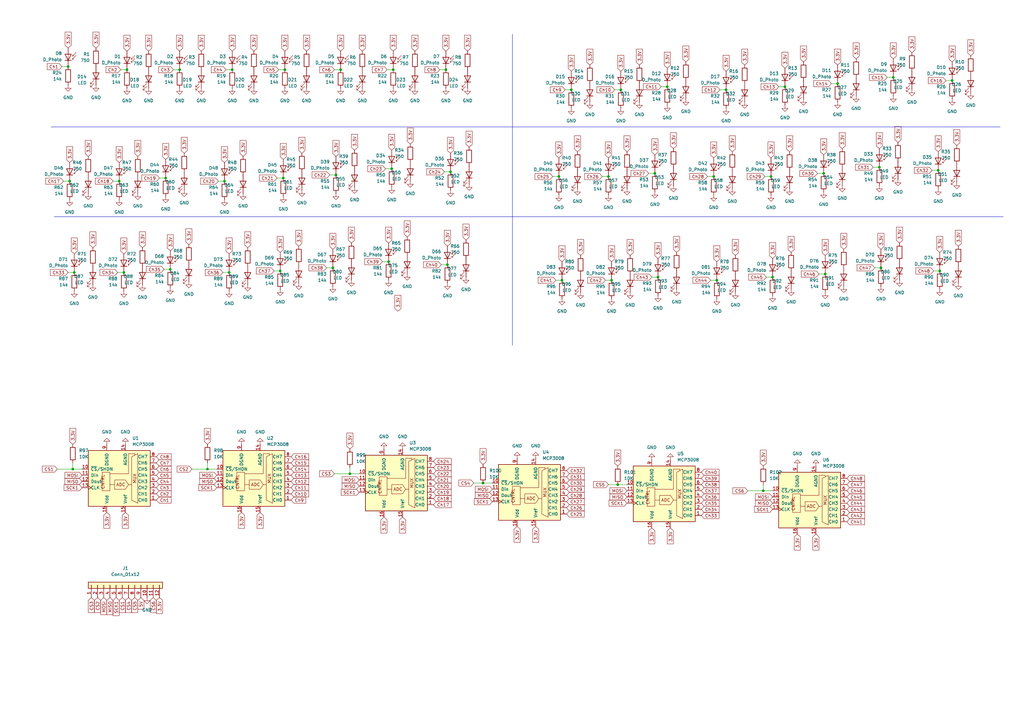
<source format=kicad_sch>
(kicad_sch (version 20231120) (generator "eeschema") (generator_version "8.0")
  (paper "A3")
  (junction (at 143.51 194.31))
  (junction (at 385.445 111.125))
  (junction (at 268.605 71.12))
  (junction (at 294.005 114.935))
  (junction (at 313.055 201.295))
  (junction (at 390.525 33.02))
  (junction (at 136.525 109.855))
  (junction (at 321.945 35.56))
  (junction (at 338.455 112.395))
  (junction (at 360.68 68.58))
  (junction (at 269.875 113.665))
  (junction (at 93.98 111.76))
  (junction (at 48.895 74.295))
  (junction (at 337.82 71.12))
  (junction (at 92.075 74.295))
  (junction (at 384.81 69.85))
  (junction (at 229.235 72.39))
  (junction (at 69.85 110.49))
  (junction (at 316.865 113.665))
  (junction (at 29.845 192.405))
  (junction (at 161.29 28.575))
  (junction (at 159.385 107.315))
  (junction (at 50.8 111.76))
  (junction (at 116.205 73.025))
  (junction (at 292.735 72.39))
  (junction (at 249.555 72.39))
  (junction (at 139.7 28.575))
  (junction (at 343.535 34.29))
  (junction (at 184.785 70.485))
  (junction (at 85.09 192.405))
  (junction (at 116.84 28.575))
  (junction (at 160.655 69.215))
  (junction (at 52.07 28.575))
  (junction (at 198.12 198.12))
  (junction (at 254.635 36.83))
  (junction (at 230.505 114.935))
  (junction (at 95.25 28.575))
  (junction (at 114.935 111.125))
  (junction (at 250.825 114.935))
  (junction (at 297.815 36.83))
  (junction (at 137.795 71.755))
  (junction (at 361.315 109.855))
  (junction (at 67.945 73.025))
  (junction (at 183.515 108.585))
  (junction (at 273.685 35.56))
  (junction (at 182.88 28.575))
  (junction (at 28.575 74.295))
  (junction (at 316.23 72.39))
  (junction (at 366.395 31.75))
  (junction (at 27.94 27.305))
  (junction (at 73.66 28.575))
  (junction (at 30.48 111.76))
  (junction (at 234.315 36.83))
  (junction (at 253.365 198.755))
  (wire (pts (xy 321.945 35.56) (xy 319.405 35.56)))
  (wire (pts (xy 229.235 72.39) (xy 226.695 72.39)))
  (wire (pts (xy 143.51 191.77) (xy 143.51 194.31)))
  (wire (pts (xy 23.495 192.405) (xy 29.845 192.405)))
  (wire (pts (xy 385.445 111.125) (xy 382.905 111.125)))
  (wire (pts (xy 29.845 192.405) (xy 33.655 192.405)))
  (wire (pts (xy 250.825 114.935) (xy 248.285 114.935)))
  (wire (pts (xy 338.455 112.395) (xy 335.915 112.395)))
  (wire (pts (xy 139.7 28.575) (xy 137.16 28.575)))
  (wire (pts (xy 28.575 74.295) (xy 26.035 74.295)))
  (wire (pts (xy 269.875 113.665) (xy 267.335 113.665)))
  (wire (pts (xy 313.055 198.755) (xy 313.055 201.295)))
  (wire (pts (xy 85.09 192.405) (xy 88.9 192.405)))
  (wire (pts (xy 78.74 192.405) (xy 85.09 192.405)))
  (wire (pts (xy 182.88 28.575) (xy 180.34 28.575)))
  (wire (pts (xy 27.94 27.305) (xy 25.4 27.305)))
  (wire (pts (xy 114.935 111.125) (xy 112.395 111.125)))
  (wire (pts (xy 136.525 109.855) (xy 133.985 109.855)))
  (wire (pts (xy 137.16 194.31) (xy 143.51 194.31)))
  (wire (pts (xy 95.25 28.575) (xy 92.71 28.575)))
  (wire (pts (xy 297.815 36.83) (xy 295.275 36.83)))
  (wire (pts (xy 194.31 198.12) (xy 198.12 198.12)))
  (wire (pts (xy 294.005 114.935) (xy 291.465 114.935)))
  (wire (pts (xy 249.555 72.39) (xy 247.015 72.39)))
  (wire (pts (xy 316.865 113.665) (xy 314.325 113.665)))
  (wire (pts (xy 92.075 74.295) (xy 89.535 74.295)))
  (wire (pts (xy 254.635 36.83) (xy 252.095 36.83)))
  (wire (pts (xy 73.66 28.575) (xy 71.12 28.575)))
  (wire (pts (xy 161.29 28.575) (xy 158.75 28.575)))
  (wire (pts (xy 337.82 71.12) (xy 335.28 71.12)))
  (wire (pts (xy 50.8 111.76) (xy 48.26 111.76)))
  (wire (pts (xy 198.12 198.12) (xy 201.93 198.12)))
  (wire (pts (xy 85.09 189.865) (xy 85.09 192.405)))
  (wire (pts (xy 306.705 201.295) (xy 313.055 201.295)))
  (wire (pts (xy 292.735 72.39) (xy 290.195 72.39)))
  (wire (pts (xy 159.385 107.315) (xy 156.845 107.315)))
  (wire (pts (xy 360.68 68.58) (xy 358.14 68.58)))
  (wire (pts (xy 67.945 73.025) (xy 65.405 73.025)))
  (wire (pts (xy 160.655 69.215) (xy 158.115 69.215)))
  (wire (pts (xy 116.205 73.025) (xy 113.665 73.025)))
  (wire (pts (xy 253.365 198.755) (xy 257.175 198.755)))
  (wire (pts (xy 93.98 111.76) (xy 91.44 111.76)))
  (wire (pts (xy 361.315 109.855) (xy 358.775 109.855)))
  (wire (pts (xy 273.685 35.56) (xy 271.145 35.56)))
  (wire (pts (xy 52.07 28.575) (xy 49.53 28.575)))
  (wire (pts (xy 116.84 28.575) (xy 114.3 28.575)))
  (wire (pts (xy 29.845 189.865) (xy 29.845 192.405)))
  (wire (pts (xy 143.51 194.31) (xy 147.32 194.31)))
  (wire (pts (xy 48.895 74.295) (xy 46.355 74.295)))
  (wire (pts (xy 366.395 31.75) (xy 363.855 31.75)))
  (wire (pts (xy 268.605 71.12) (xy 266.065 71.12)))
  (wire (pts (xy 30.48 111.76) (xy 27.94 111.76)))
  (wire (pts (xy 137.795 71.755) (xy 135.255 71.755)))
  (wire (pts (xy 249.555 198.755) (xy 253.365 198.755)))
  (wire (pts (xy 69.85 110.49) (xy 67.31 110.49)))
  (wire (pts (xy 183.515 108.585) (xy 180.975 108.585)))
  (wire (pts (xy 230.505 114.935) (xy 227.965 114.935)))
  (wire (pts (xy 390.525 33.02) (xy 387.985 33.02)))
  (wire (pts (xy 234.315 36.83) (xy 231.775 36.83)))
  (wire (pts (xy 316.23 72.39) (xy 313.69 72.39)))
  (wire (pts (xy 343.535 34.29) (xy 340.995 34.29)))
  (wire (pts (xy 184.785 70.485) (xy 182.245 70.485)))
  (wire (pts (xy 384.81 69.85) (xy 382.27 69.85)))
  (wire (pts (xy 313.055 201.295) (xy 316.865 201.295)))
  (rectangle (start 210.185 13.97) (end 210.185 141.605))
  (rectangle (start 20.955 52.07) (end 410.21 52.07))
  (rectangle (start 22.225 88.9) (end 411.48 88.9))
  (global_label "Ch8" (shape input) (at 64.135 187.325 0) (property "Intersheetrefs" "${INTERSHEET_REFS}" (effects (hide yes))))
  (global_label "Ch5" (shape input) (at 64.135 194.945 0) (property "Intersheetrefs" "${INTERSHEET_REFS}" (effects (hide yes))))
  (global_label "Ch18" (shape input) (at 46.355 74.295 180) (property "Intersheetrefs" "${INTERSHEET_REFS}" (effects (hide yes))))
  (global_label "MOSI" (shape input) (at 201.93 200.66 180) (property "Intersheetrefs" "${INTERSHEET_REFS}" (effects (hide yes))))
  (global_label "Ch43" (shape input) (at 347.345 208.915 0) (property "Intersheetrefs" "${INTERSHEET_REFS}" (effects (hide yes))))
  (global_label "3.3V" (shape input) (at 374.015 21.59 90) (property "Intersheetrefs" "${INTERSHEET_REFS}" (effects (hide yes))))
  (global_label "3.3V" (shape input) (at 257.175 62.23 90) (property "Intersheetrefs" "${INTERSHEET_REFS}" (effects (hide yes))))
  (global_label "3.3V" (shape input) (at 69.85 102.87 90) (property "Intersheetrefs" "${INTERSHEET_REFS}" (effects (hide yes))))
  (global_label "Ch20" (shape input) (at 177.8 199.39 0) (property "Intersheetrefs" "${INTERSHEET_REFS}" (effects (hide yes))))
  (global_label "3.3V" (shape input) (at 36.195 64.135 90) (property "Intersheetrefs" "${INTERSHEET_REFS}" (effects (hide yes))))
  (global_label "Ch25" (shape input) (at 232.41 210.82 0) (property "Intersheetrefs" "${INTERSHEET_REFS}" (effects (hide yes))))
  (global_label "3.3V" (shape input) (at 268.605 63.5 90) (property "Intersheetrefs" "${INTERSHEET_REFS}" (effects (hide yes))))
  (global_label "3.3V" (shape input) (at 191.135 98.425 90) (property "Intersheetrefs" "${INTERSHEET_REFS}" (effects (hide yes))))
  (global_label "Ch42" (shape input) (at 248.285 114.935 180) (property "Intersheetrefs" "${INTERSHEET_REFS}" (effects (hide yes))))
  (global_label "Ch29" (shape input) (at 313.69 72.39 180) (property "Intersheetrefs" "${INTERSHEET_REFS}" (effects (hide yes))))
  (global_label "Ch11" (shape input) (at 119.38 200.025 0) (property "Intersheetrefs" "${INTERSHEET_REFS}" (effects (hide yes))))
  (global_label "Ch7" (shape input) (at 158.75 28.575 180) (property "Intersheetrefs" "${INTERSHEET_REFS}" (effects (hide yes))))
  (global_label "3.3V" (shape input) (at 313.055 191.135 90) (property "Intersheetrefs" "${INTERSHEET_REFS}" (effects (hide yes))))
  (global_label "Ch6" (shape input) (at 137.16 28.575 180) (property "Intersheetrefs" "${INTERSHEET_REFS}" (effects (hide yes))))
  (global_label "Ch7" (shape input) (at 64.135 189.865 0) (property "Intersheetrefs" "${INTERSHEET_REFS}" (effects (hide yes))))
  (global_label "CS2" (shape input) (at 78.74 192.405 180) (property "Intersheetrefs" "${INTERSHEET_REFS}" (effects (hide yes))))
  (global_label "Ch17" (shape input) (at 177.8 207.01 0) (property "Intersheetrefs" "${INTERSHEET_REFS}" (effects (hide yes))))
  (global_label "CS4" (shape input) (at 52.705 245.11 270) (property "Intersheetrefs" "${INTERSHEET_REFS}" (effects (hide yes))))
  (global_label "3.3V" (shape input) (at 249.555 64.77 90) (property "Intersheetrefs" "${INTERSHEET_REFS}" (effects (hide yes))))
  (global_label "3.3V" (shape input) (at 301.625 104.775 90) (property "Intersheetrefs" "${INTERSHEET_REFS}" (effects (hide yes))))
  (global_label "Ch16" (shape input) (at 119.38 187.325 0) (property "Intersheetrefs" "${INTERSHEET_REFS}" (effects (hide yes))))
  (global_label "3.3V" (shape input) (at 159.385 99.695 90) (property "Intersheetrefs" "${INTERSHEET_REFS}" (effects (hide yes))))
  (global_label "Ch1" (shape input) (at 25.4 27.305 180) (property "Intersheetrefs" "${INTERSHEET_REFS}" (effects (hide yes))))
  (global_label "Ch22" (shape input) (at 135.255 71.755 180) (property "Intersheetrefs" "${INTERSHEET_REFS}" (effects (hide yes))))
  (global_label "3.3V" (shape input) (at 219.71 215.9 270) (property "Intersheetrefs" "${INTERSHEET_REFS}" (effects (hide yes))))
  (global_label "CS1" (shape input) (at 23.495 192.405 180) (property "Intersheetrefs" "${INTERSHEET_REFS}" (effects (hide yes))))
  (global_label "Ch20" (shape input) (at 89.535 74.295 180) (property "Intersheetrefs" "${INTERSHEET_REFS}" (effects (hide yes))))
  (global_label "3.3V" (shape input) (at 361.315 102.235 90) (property "Intersheetrefs" "${INTERSHEET_REFS}" (effects (hide yes))))
  (global_label "Ch18" (shape input) (at 177.8 204.47 0) (property "Intersheetrefs" "${INTERSHEET_REFS}" (effects (hide yes))))
  (global_label "MOSI" (shape input) (at 316.865 203.835 180) (property "Intersheetrefs" "${INTERSHEET_REFS}" (effects (hide yes))))
  (global_label "3.3V" (shape input) (at 191.77 20.955 90) (property "Intersheetrefs" "${INTERSHEET_REFS}" (effects (hide yes))))
  (global_label "3.3V" (shape input) (at 27.94 19.685 90) (property "Intersheetrefs" "${INTERSHEET_REFS}" (effects (hide yes))))
  (global_label "3.3V" (shape input) (at 254.635 29.21 90) (property "Intersheetrefs" "${INTERSHEET_REFS}" (effects (hide yes))))
  (global_label "3.3V" (shape input) (at 183.515 100.965 90) (property "Intersheetrefs" "${INTERSHEET_REFS}" (effects (hide yes))))
  (global_label "Ch26" (shape input) (at 232.41 208.28 0) (property "Intersheetrefs" "${INTERSHEET_REFS}" (effects (hide yes))))
  (global_label "3.3V" (shape input) (at 198.12 190.5 90) (property "Intersheetrefs" "${INTERSHEET_REFS}" (effects (hide yes))))
  (global_label "Ch5" (shape input) (at 114.3 28.575 180) (property "Intersheetrefs" "${INTERSHEET_REFS}" (effects (hide yes))))
  (global_label "3.3V" (shape input) (at 161.29 20.955 90) (property "Intersheetrefs" "${INTERSHEET_REFS}" (effects (hide yes))))
  (global_label "Ch9" (shape input) (at 119.38 205.105 0) (property "Intersheetrefs" "${INTERSHEET_REFS}" (effects (hide yes))))
  (global_label "SCK1" (shape input) (at 47.625 245.11 270) (property "Intersheetrefs" "${INTERSHEET_REFS}" (effects (hide yes))))
  (global_label "Ch15" (shape input) (at 119.38 189.865 0) (property "Intersheetrefs" "${INTERSHEET_REFS}" (effects (hide yes))))
  (global_label "CS5" (shape input) (at 249.555 198.755 180) (property "Intersheetrefs" "${INTERSHEET_REFS}" (effects (hide yes))))
  (global_label "3.3V" (shape input) (at 273.685 27.94 90) (property "Intersheetrefs" "${INTERSHEET_REFS}" (effects (hide yes))))
  (global_label "Ch35" (shape input) (at 287.655 206.375 0) (property "Intersheetrefs" "${INTERSHEET_REFS}" (effects (hide yes))))
  (global_label "3.3V" (shape input) (at 384.81 62.23 90) (property "Intersheetrefs" "${INTERSHEET_REFS}" (effects (hide yes))))
  (global_label "Ch4" (shape input) (at 64.135 197.485 0) (property "Intersheetrefs" "${INTERSHEET_REFS}" (effects (hide yes))))
  (global_label "Ch19" (shape input) (at 65.405 73.025 180) (property "Intersheetrefs" "${INTERSHEET_REFS}" (effects (hide yes))))
  (global_label "Ch37" (shape input) (at 112.395 111.125 180) (property "Intersheetrefs" "${INTERSHEET_REFS}" (effects (hide yes))))
  (global_label "Ch34" (shape input) (at 48.26 111.76 180) (property "Intersheetrefs" "${INTERSHEET_REFS}" (effects (hide yes))))
  (global_label "MISO" (shape input) (at 45.085 245.11 270) (property "Intersheetrefs" "${INTERSHEET_REFS}" (effects (hide yes))))
  (global_label "3.3V" (shape input) (at 137.795 64.135 90) (property "Intersheetrefs" "${INTERSHEET_REFS}" (effects (hide yes))))
  (global_label "Ch39" (shape input) (at 156.845 107.315 180) (property "Intersheetrefs" "${INTERSHEET_REFS}" (effects (hide yes))))
  (global_label "Ch31" (shape input) (at 232.41 195.58 0) (property "Intersheetrefs" "${INTERSHEET_REFS}" (effects (hide yes))))
  (global_label "3.3V" (shape input) (at 30.48 104.14 90) (property "Intersheetrefs" "${INTERSHEET_REFS}" (effects (hide yes))))
  (global_label "MISO" (shape input) (at 257.175 203.835 180) (property "Intersheetrefs" "${INTERSHEET_REFS}" (effects (hide yes))))
  (global_label "Ch24" (shape input) (at 177.8 189.23 0) (property "Intersheetrefs" "${INTERSHEET_REFS}" (effects (hide yes))))
  (global_label "Ch40" (shape input) (at 287.655 193.675 0) (property "Intersheetrefs" "${INTERSHEET_REFS}" (effects (hide yes))))
  (global_label "Ch23" (shape input) (at 177.8 191.77 0) (property "Intersheetrefs" "${INTERSHEET_REFS}" (effects (hide yes))))
  (global_label "Ch21" (shape input) (at 113.665 73.025 180) (property "Intersheetrefs" "${INTERSHEET_REFS}" (effects (hide yes))))
  (global_label "MISO" (shape input) (at 147.32 199.39 180) (property "Intersheetrefs" "${INTERSHEET_REFS}" (effects (hide yes))))
  (global_label "3.3V" (shape input) (at 345.44 60.96 90) (property "Intersheetrefs" "${INTERSHEET_REFS}" (effects (hide yes))))
  (global_label "3.3V" (shape input) (at 123.825 62.865 90) (property "Intersheetrefs" "${INTERSHEET_REFS}" (effects (hide yes))))
  (global_label "3.3V" (shape input) (at 95.25 20.955 90) (property "Intersheetrefs" "${INTERSHEET_REFS}" (effects (hide yes))))
  (global_label "CS6" (shape input) (at 62.865 245.11 270) (property "Intersheetrefs" "${INTERSHEET_REFS}" (effects (hide yes))))
  (global_label "3.3V" (shape input) (at 241.935 26.67 90) (property "Intersheetrefs" "${INTERSHEET_REFS}" (effects (hide yes))))
  (global_label "3.3V" (shape input) (at 39.37 19.685 90) (property "Intersheetrefs" "${INTERSHEET_REFS}" (effects (hide yes))))
  (global_label "3.3V" (shape input) (at 258.445 104.775 90) (property "Intersheetrefs" "${INTERSHEET_REFS}" (effects (hide yes))))
  (global_label "Ch16" (shape input) (at 387.985 33.02 180) (property "Intersheetrefs" "${INTERSHEET_REFS}" (effects (hide yes))))
  (global_label "CS1" (shape input) (at 50.165 245.11 270) (property "Intersheetrefs" "${INTERSHEET_REFS}" (effects (hide yes))))
  (global_label "Ch41" (shape input) (at 227.965 114.935 180) (property "Intersheetrefs" "${INTERSHEET_REFS}" (effects (hide yes))))
  (global_label "Ch38" (shape input) (at 287.655 198.755 0) (property "Intersheetrefs" "${INTERSHEET_REFS}" (effects (hide yes))))
  (global_label "3.3V" (shape input) (at 392.43 59.69 90) (property "Intersheetrefs" "${INTERSHEET_REFS}" (effects (hide yes))))
  (global_label "Ch33" (shape input) (at 27.94 111.76 180) (property "Intersheetrefs" "${INTERSHEET_REFS}" (effects (hide yes))))
  (global_label "3.3V" (shape input) (at 160.655 61.595 90) (property "Intersheetrefs" "${INTERSHEET_REFS}" (effects (hide yes))))
  (global_label "3.3V" (shape input) (at 163.195 127.635 90) (property "Intersheetrefs" "${INTERSHEET_REFS}" (effects (hide yes))))
  (global_label "3.3V" (shape input) (at 60.96 20.955 90) (property "Intersheetrefs" "${INTERSHEET_REFS}" (effects (hide yes))))
  (global_label "Ch42" (shape input) (at 347.345 211.455 0) (property "Intersheetrefs" "${INTERSHEET_REFS}" (effects (hide yes))))
  (global_label "3.3V" (shape input) (at 368.3 58.42 90) (property "Intersheetrefs" "${INTERSHEET_REFS}" (effects (hide yes))))
  (global_label "SCK1" (shape input) (at 316.865 208.915 180) (property "Intersheetrefs" "${INTERSHEET_REFS}" (effects (hide yes))))
  (global_label "3.3V" (shape input) (at 390.525 25.4 90) (property "Intersheetrefs" "${INTERSHEET_REFS}" (effects (hide yes))))
  (global_label "Ch45" (shape input) (at 314.325 113.665 180) (property "Intersheetrefs" "${INTERSHEET_REFS}" (effects (hide yes))))
  (global_label "Ch33" (shape input) (at 287.655 211.455 0) (property "Intersheetrefs" "${INTERSHEET_REFS}" (effects (hide yes))))
  (global_label "Ch12" (shape input) (at 119.38 197.485 0) (property "Intersheetrefs" "${INTERSHEET_REFS}" (effects (hide yes))))
  (global_label "Ch29" (shape input) (at 232.41 200.66 0) (property "Intersheetrefs" "${INTERSHEET_REFS}" (effects (hide yes))))
  (global_label "Ch23" (shape input) (at 158.115 69.215 180) (property "Intersheetrefs" "${INTERSHEET_REFS}" (effects (hide yes))))
  (global_label "3.3V" (shape input) (at 168.275 59.055 90) (property "Intersheetrefs" "${INTERSHEET_REFS}" (effects (hide yes))))
  (global_label "3.3V" (shape input) (at 101.6 101.6 90) (property "Intersheetrefs" "${INTERSHEET_REFS}" (effects (hide yes))))
  (global_label "MISO" (shape input) (at 88.9 197.485 180) (property "Intersheetrefs" "${INTERSHEET_REFS}" (effects (hide yes))))
  (global_label "3.3V" (shape input) (at 52.07 20.955 90) (property "Intersheetrefs" "${INTERSHEET_REFS}" (effects (hide yes))))
  (global_label "CS3" (shape input) (at 37.465 245.11 270) (property "Intersheetrefs" "${INTERSHEET_REFS}" (effects (hide yes))))
  (global_label "3.3V" (shape input) (at 269.875 106.045 90) (property "Intersheetrefs" "${INTERSHEET_REFS}" (effects (hide yes))))
  (global_label "3.3V" (shape input) (at 116.84 20.955 90) (property "Intersheetrefs" "${INTERSHEET_REFS}" (effects (hide yes))))
  (global_label "3.3V" (shape input) (at 48.895 66.675 90) (property "Intersheetrefs" "${INTERSHEET_REFS}" (effects (hide yes))))
  (global_label "3.3V" (shape input) (at 99.695 64.135 90) (property "Intersheetrefs" "${INTERSHEET_REFS}" (effects (hide yes))))
  (global_label "3.3V" (shape input) (at 294.005 107.315 90) (property "Intersheetrefs" "${INTERSHEET_REFS}" (effects (hide yes))))
  (global_label "Ch1" (shape input) (at 64.135 205.105 0) (property "Intersheetrefs" "${INTERSHEET_REFS}" (effects (hide yes))))
  (global_label "3.3V" (shape input) (at 143.51 184.15 90) (property "Intersheetrefs" "${INTERSHEET_REFS}" (effects (hide yes))))
  (global_label "3.3V" (shape input) (at 148.59 20.955 90) (property "Intersheetrefs" "${INTERSHEET_REFS}" (effects (hide yes))))
  (global_label "3.3V" (shape input) (at 51.435 210.185 270) (property "Intersheetrefs" "${INTERSHEET_REFS}" (effects (hide yes))))
  (global_label "Ch4" (shape input) (at 92.71 28.575 180) (property "Intersheetrefs" "${INTERSHEET_REFS}" (effects (hide yes))))
  (global_label "3.3V" (shape input) (at 253.365 191.135 90) (property "Intersheetrefs" "${INTERSHEET_REFS}" (effects (hide yes))))
  (global_label "Ch27" (shape input) (at 266.065 71.12 180) (property "Intersheetrefs" "${INTERSHEET_REFS}" (effects (hide yes))))
  (global_label "3.3V" (shape input) (at 338.455 104.775 90) (property "Intersheetrefs" "${INTERSHEET_REFS}" (effects (hide yes))))
  (global_label "Ch47" (shape input) (at 347.345 198.755 0) (property "Intersheetrefs" "${INTERSHEET_REFS}" (effects (hide yes))))
  (global_label "Ch28" (shape input) (at 290.195 72.39 180) (property "Intersheetrefs" "${INTERSHEET_REFS}" (effects (hide yes))))
  (global_label "3.3V" (shape input) (at 366.395 24.13 90) (property "Intersheetrefs" "${INTERSHEET_REFS}" (effects (hide yes))))
  (global_label "3.3V" (shape input) (at 58.42 101.6 90) (property "Intersheetrefs" "${INTERSHEET_REFS}" (effects (hide yes))))
  (global_label "Ch21" (shape input) (at 177.8 196.85 0) (property "Intersheetrefs" "${INTERSHEET_REFS}" (effects (hide yes))))
  (global_label "3.3V" (shape input) (at 43.815 210.185 270) (property "Intersheetrefs" "${INTERSHEET_REFS}" (effects (hide yes))))
  (global_label "Ch32" (shape input) (at 382.27 69.85 180) (property "Intersheetrefs" "${INTERSHEET_REFS}" (effects (hide yes))))
  (global_label "Ch40" (shape input) (at 180.975 108.585 180) (property "Intersheetrefs" "${INTERSHEET_REFS}" (effects (hide yes))))
  (global_label "3.3V" (shape input) (at 281.305 25.4 90) (property "Intersheetrefs" "${INTERSHEET_REFS}" (effects (hide yes))))
  (global_label "CS3" (shape input) (at 137.16 194.31 180) (property "Intersheetrefs" "${INTERSHEET_REFS}" (effects (hide yes))))
  (global_label "3.3V" (shape input) (at 346.075 102.235 90) (property "Intersheetrefs" "${INTERSHEET_REFS}" (effects (hide yes))))
  (global_label "3.3V" (shape input) (at 276.225 60.96 90) (property "Intersheetrefs" "${INTERSHEET_REFS}" (effects (hide yes))))
  (global_label "Ch38" (shape input) (at 133.985 109.855 180) (property "Intersheetrefs" "${INTERSHEET_REFS}" (effects (hide yes))))
  (global_label "MOSI" (shape input) (at 147.32 196.85 180) (property "Intersheetrefs" "${INTERSHEET_REFS}" (effects (hide yes))))
  (global_label "Ch46" (shape input) (at 347.345 201.295 0) (property "Intersheetrefs" "${INTERSHEET_REFS}" (effects (hide yes))))
  (global_label "3.3V" (shape input) (at 139.7 20.955 90) (property "Intersheetrefs" "${INTERSHEET_REFS}" (effects (hide yes))))
  (global_label "3.3V" (shape input) (at 73.66 20.955 90) (property "Intersheetrefs" "${INTERSHEET_REFS}" (effects (hide yes))))
  (global_label "Ch14" (shape input) (at 119.38 192.405 0) (property "Intersheetrefs" "${INTERSHEET_REFS}" (effects (hide yes))))
  (global_label "3.3V" (shape input) (at 106.68 210.185 270) (property "Intersheetrefs" "${INTERSHEET_REFS}" (effects (hide yes))))
  (global_label "3.3V" (shape input) (at 230.505 107.315 90) (property "Intersheetrefs" "${INTERSHEET_REFS}" (effects (hide yes))))
  (global_label "3.3V" (shape input) (at 116.205 65.405 90) (property "Intersheetrefs" "${INTERSHEET_REFS}" (effects (hide yes))))
  (global_label "3.3V" (shape input) (at 67.945 65.405 90) (property "Intersheetrefs" "${INTERSHEET_REFS}" (effects (hide yes))))
  (global_label "3.3V" (shape input) (at 267.335 216.535 270) (property "Intersheetrefs" "${INTERSHEET_REFS}" (effects (hide yes))))
  (global_label "CS6" (shape input) (at 306.705 201.295 180) (property "Intersheetrefs" "${INTERSHEET_REFS}" (effects (hide yes))))
  (global_label "3.3V" (shape input) (at 334.645 219.075 270) (property "Intersheetrefs" "${INTERSHEET_REFS}" (effects (hide yes))))
  (global_label "3.3V" (shape input) (at 292.735 64.77 90) (property "Intersheetrefs" "${INTERSHEET_REFS}" (effects (hide yes))))
  (global_label "Ch14" (shape input) (at 340.995 34.29 180) (property "Intersheetrefs" "${INTERSHEET_REFS}" (effects (hide yes))))
  (global_label "Ch46" (shape input) (at 335.915 112.395 180) (property "Intersheetrefs" "${INTERSHEET_REFS}" (effects (hide yes))))
  (global_label "Ch44" (shape input) (at 347.345 206.375 0) (property "Intersheetrefs" "${INTERSHEET_REFS}" (effects (hide yes))))
  (global_label "3.3V" (shape input) (at 343.535 26.67 90) (property "Intersheetrefs" "${INTERSHEET_REFS}" (effects (hide yes))))
  (global_label "SCK1" (shape input) (at 257.175 206.375 180) (property "Intersheetrefs" "${INTERSHEET_REFS}" (effects (hide yes))))
  (global_label "3.3V" (shape input) (at 125.73 20.955 90) (property "Intersheetrefs" "${INTERSHEET_REFS}" (effects (hide yes))))
  (global_label "CS2" (shape input) (at 40.005 245.11 270) (property "Intersheetrefs" "${INTERSHEET_REFS}" (effects (hide yes))))
  (global_label "3.3V" (shape input) (at 238.125 104.775 90) (property "Intersheetrefs" "${INTERSHEET_REFS}" (effects (hide yes))))
  (global_label "Ch15" (shape input) (at 363.855 31.75 180) (property "Intersheetrefs" "${INTERSHEET_REFS}" (effects (hide yes))))
  (global_label "SCK1" (shape input) (at 88.9 200.025 180) (property "Intersheetrefs" "${INTERSHEET_REFS}" (effects (hide yes))))
  (global_label "3.3V" (shape input) (at 368.935 99.695 90) (property "Intersheetrefs" "${INTERSHEET_REFS}" (effects (hide yes))))
  (global_label "3.3V" (shape input) (at 212.09 215.9 270) (property "Intersheetrefs" "${INTERSHEET_REFS}" (effects (hide yes))))
  (global_label "Ch8" (shape input) (at 180.34 28.575 180) (property "Intersheetrefs" "${INTERSHEET_REFS}" (effects (hide yes))))
  (global_label "Ch2" (shape input) (at 49.53 28.575 180) (property "Intersheetrefs" "${INTERSHEET_REFS}" (effects (hide yes))))
  (global_label "5V" (shape input) (at 57.785 245.11 270) (property "Intersheetrefs" "${INTERSHEET_REFS}" (effects (hide yes))))
  (global_label "3.3V" (shape input) (at 157.48 212.09 270) (property "Intersheetrefs" "${INTERSHEET_REFS}" (effects (hide yes))))
  (global_label "Ch27" (shape input) (at 232.41 205.74 0) (property "Intersheetrefs" "${INTERSHEET_REFS}" (effects (hide yes))))
  (global_label "Ch35" (shape input) (at 67.31 110.49 180) (property "Intersheetrefs" "${INTERSHEET_REFS}" (effects (hide yes))))
  (global_label "MOSI" (shape input) (at 33.655 194.945 180) (property "Intersheetrefs" "${INTERSHEET_REFS}" (effects (hide yes))))
  (global_label "3.3V" (shape input) (at 323.85 62.23 90) (property "Intersheetrefs" "${INTERSHEET_REFS}" (effects (hide yes))))
  (global_label "SCK1" (shape input) (at 201.93 205.74 180) (property "Intersheetrefs" "${INTERSHEET_REFS}" (effects (hide yes))))
  (global_label "3.3V" (shape input) (at 93.98 104.14 90) (property "Intersheetrefs" "${INTERSHEET_REFS}" (effects (hide yes))))
  (global_label "3.3V" (shape input) (at 236.855 62.23 90) (property "Intersheetrefs" "${INTERSHEET_REFS}" (effects (hide yes))))
  (global_label "3.3V" (shape input) (at 234.315 29.21 90) (property "Intersheetrefs" "${INTERSHEET_REFS}" (effects (hide yes))))
  (global_label "Ch13" (shape input) (at 319.405 35.56 180) (property "Intersheetrefs" "${INTERSHEET_REFS}" (effects (hide yes))))
  (global_label "Ch24" (shape input) (at 182.245 70.485 180) (property "Intersheetrefs" "${INTERSHEET_REFS}" (effects (hide yes))))
  (global_label "3.3V" (shape input) (at 167.005 97.155 90) (property "Intersheetrefs" "${INTERSHEET_REFS}" (effects (hide yes))))
  (global_label "3.3V" (shape input) (at 38.1 101.6 90) (property "Intersheetrefs" "${INTERSHEET_REFS}" (effects (hide yes))))
  (global_label "MISO" (shape input) (at 33.655 197.485 180) (property "Intersheetrefs" "${INTERSHEET_REFS}" (effects (hide yes))))
  (global_label "3.3V" (shape input) (at 56.515 64.135 90) (property "Intersheetrefs" "${INTERSHEET_REFS}" (effects (hide yes))))
  (global_label "Ch36" (shape input) (at 287.655 203.835 0) (property "Intersheetrefs" "${INTERSHEET_REFS}" (effects (hide yes))))
  (global_label "3.3V" (shape input) (at 321.945 27.94 90) (property "Intersheetrefs" "${INTERSHEET_REFS}" (effects (hide yes))))
  (global_label "3.3V" (shape input) (at 398.145 22.86 90) (property "Intersheetrefs" "${INTERSHEET_REFS}" (effects (hide yes))))
  (global_label "Ch36" (shape input) (at 91.44 111.76 180) (property "Intersheetrefs" "${INTERSHEET_REFS}" (effects (hide yes))))
  (global_label "3.3V" (shape input) (at 145.415 61.595 90) (property "Intersheetrefs" "${INTERSHEET_REFS}" (effects (hide yes))))
  (global_label "3.3V" (shape input) (at 360.68 60.96 90) (property "Intersheetrefs" "${INTERSHEET_REFS}" (effects (hide yes))))
  (global_label "3.3V" (shape input) (at 82.55 20.955 90) (property "Intersheetrefs" "${INTERSHEET_REFS}" (effects (hide yes))))
  (global_label "3.3V" (shape input) (at 316.865 106.045 90) (property "Intersheetrefs" "${INTERSHEET_REFS}" (effects (hide yes))))
  (global_label "3.3V" (shape input) (at 327.025 219.075 270) (property "Intersheetrefs" "${INTERSHEET_REFS}" (effects (hide yes))))
  (global_label "Ch3" (shape input) (at 64.135 200.025 0) (property "Intersheetrefs" "${INTERSHEET_REFS}" (effects (hide yes))))
  (global_label "Ch37" (shape input) (at 287.655 201.295 0) (property "Intersheetrefs" "${INTERSHEET_REFS}" (effects (hide yes))))
  (global_label "3.3V" (shape input) (at 170.18 20.955 90) (property "Intersheetrefs" "${INTERSHEET_REFS}" (effects (hide yes))))
  (global_label "3.3V" (shape input) (at 182.88 20.955 90) (property "Intersheetrefs" "${INTERSHEET_REFS}" (effects (hide yes))))
  (global_label "Ch12" (shape input) (at 295.275 36.83 180) (property "Intersheetrefs" "${INTERSHEET_REFS}" (effects (hide yes))))
  (global_label "Ch34" (shape input) (at 287.655 208.915 0) (property "Intersheetrefs" "${INTERSHEET_REFS}" (effects (hide yes))))
  (global_label "3.3V" (shape input) (at 104.14 20.955 90) (property "Intersheetrefs" "${INTERSHEET_REFS}" (effects (hide yes))))
  (global_label "3.3V" (shape input) (at 92.075 66.675 90) (property "Intersheetrefs" "${INTERSHEET_REFS}" (effects (hide yes))))
  (global_label "Ch30" (shape input) (at 232.41 198.12 0) (property "Intersheetrefs" "${INTERSHEET_REFS}" (effects (hide yes))))
  (global_label "3.3V" (shape input) (at 114.935 103.505 90) (property "Intersheetrefs" "${INTERSHEET_REFS}" (effects (hide yes))))
  (global_label "Ch22" (shape input) (at 177.8 194.31 0) (property "Intersheetrefs" "${INTERSHEET_REFS}" (effects (hide yes))))
  (global_label "Ch26" (shape input) (at 247.015 72.39 180) (property "Intersheetrefs" "${INTERSHEET_REFS}" (effects (hide yes))))
  (global_label "3.3V" (shape input) (at 250.825 107.315 90) (property "Intersheetrefs" "${INTERSHEET_REFS}" (effects (hide yes))))
  (global_label "Ch3" (shape input) (at 71.12 28.575 180) (property "Intersheetrefs" "${INTERSHEET_REFS}" (effects (hide yes))))
  (global_label "Ch25" (shape input) (at 226.695 72.39 180) (property "Intersheetrefs" "${INTERSHEET_REFS}" (effects (hide yes))))
  (global_label "3.3V" (shape input) (at 229.235 64.77 90) (property "Intersheetrefs" "${INTERSHEET_REFS}" (effects (hide yes))))
  (global_label "Ch43" (shape input) (at 267.335 113.665 180) (property "Intersheetrefs" "${INTERSHEET_REFS}" (effects (hide yes))))
  (global_label "3.3V" (shape input) (at 262.255 26.67 90) (property "Intersheetrefs" "${INTERSHEET_REFS}" (effects (hide yes))))
  (global_label "CS4" (shape input) (at 194.31 198.12 180) (property "Intersheetrefs" "${INTERSHEET_REFS}" (effects (hide yes))))
  (global_label "3.3V" (shape input) (at 85.09 182.245 90) (property "Intersheetrefs" "${INTERSHEET_REFS}" (effects (hide yes))))
  (global_label "Ch31" (shape input) (at 358.14 68.58 180) (property "Intersheetrefs" "${INTERSHEET_REFS}" (effects (hide yes))))
  (global_label "3.3V" (shape input) (at 329.565 25.4 90) (property "Intersheetrefs" "${INTERSHEET_REFS}" (effects (hide yes))))
  (global_label "Ch32" (shape input) (at 232.41 193.04 0) (property "Intersheetrefs" "${INTERSHEET_REFS}" (effects (hide yes))))
  (global_label "3.3V" (shape input) (at 65.405 245.11 270) (property "Intersheetrefs" "${INTERSHEET_REFS}" (effects (hide yes))))
  (global_label "3.3V" (shape input) (at 29.845 182.245 90) (property "Intersheetrefs" "${INTERSHEET_REFS}" (effects (hide yes))))
  (global_label "Ch47" (shape input) (at 358.775 109.855 180) (property "Intersheetrefs" "${INTERSHEET_REFS}" (effects (hide yes))))
  (global_label "Ch11" (shape input) (at 271.145 35.56 180) (property "Intersheetrefs" "${INTERSHEET_REFS}" (effects (hide yes))))
  (global_label "Ch44" (shape input) (at 291.465 114.935 180) (property "Intersheetrefs" "${INTERSHEET_REFS}" (effects (hide yes))))
  (global_label "Ch13" (shape input) (at 119.38 194.945 0) (property "Intersheetrefs" "${INTERSHEET_REFS}" (effects (hide yes))))
  (global_label "Ch48" (shape input) (at 382.905 111.125 180) (property "Intersheetrefs" "${INTERSHEET_REFS}" (effects (hide yes))))
  (global_label "MOSI" (shape input) (at 257.175 201.295 180) (property "Intersheetrefs" "${INTERSHEET_REFS}" (effects (hide yes))))
  (global_label "Ch6" (shape input) (at 64.135 192.405 0) (property "Intersheetrefs" "${INTERSHEET_REFS}" (effects (hide yes))))
  (global_label "3.3V" (shape input) (at 297.815 29.21 90) (property "Intersheetrefs" "${INTERSHEET_REFS}" (effects (hide yes))))
  (global_label "Ch10" (shape input) (at 119.38 202.565 0) (property "Intersheetrefs" "${INTERSHEET_REFS}" (effects (hide yes))))
  (global_label "SCK1" (shape input) (at 33.655 200.025 180) (property "Intersheetrefs" "${INTERSHEET_REFS}" (effects (hide yes))))
  (global_label "Ch45" (shape input) (at 347.345 203.835 0) (property "Intersheetrefs" "${INTERSHEET_REFS}" (effects (hide yes))))
  (global_label "3.3V" (shape input) (at 316.23 64.77 90) (property "Intersheetrefs" "${INTERSHEET_REFS}" (effects (hide yes))))
  (global_label "3.3V" (shape input) (at 122.555 100.965 90) (property "Intersheetrefs" "${INTERSHEET_REFS}" (effects (hide yes))))
  (global_label "3.3V" (shape input) (at 136.525 102.235 90) (property "Intersheetrefs" "${INTERSHEET_REFS}" (effects (hide yes))))
  (global_label "Ch48" (shape input) (at 347.345 196.215 0) (property "Intersheetrefs" "${INTERSHEET_REFS}" (effects (hide yes))))
  (global_label "3.3V" (shape input) (at 50.8 104.14 90) (property "Intersheetrefs" "${INTERSHEET_REFS}" (effects (hide yes))))
  (global_label "3.3V" (shape input) (at 99.06 210.185 270) (property "Intersheetrefs" "${INTERSHEET_REFS}" (effects (hide yes))))
  (global_label "3.3V" (shape input) (at 165.1 212.09 270) (property "Intersheetrefs" "${INTERSHEET_REFS}" (effects (hide yes))))
  (global_label "Ch17" (shape input) (at 26.035 74.295 180) (property "Intersheetrefs" "${INTERSHEET_REFS}" (effects (hide yes))))
  (global_label "3.3V" (shape input) (at 385.445 103.505 90) (property "Intersheetrefs" "${INTERSHEET_REFS}" (effects (hide yes))))
  (global_label "3.3V" (shape input) (at 274.955 216.535 270) (property "Intersheetrefs" "${INTERSHEET_REFS}" (effects (hide yes))))
  (global_label "Ch9" (shape input) (at 231.775 36.83 180) (property "Intersheetrefs" "${INTERSHEET_REFS}" (effects (hide yes))))
  (global_label "MISO" (shape input) (at 201.93 203.2 180) (property "Intersheetrefs" "${INTERSHEET_REFS}" (effects (hide yes))))
  (global_label "3.3V" (shape input) (at 305.435 26.67 90) (property "Intersheetrefs" "${INTERSHEET_REFS}" (effects (hide yes))))
  (global_label "Ch19" (shape input) (at 177.8 201.93 0) (property "Intersheetrefs" "${INTERSHEET_REFS}" (effects (hide yes))))
  (global_label "SCK1" (shape input) (at 147.32 201.93 180) (property "Intersheetrefs" "${INTERSHEET_REFS}" (effects (hide yes))))
  (global_label "3.3V" (shape input) (at 337.82 63.5 90) (property "Intersheetrefs" "${INTERSHEET_REFS}" (effects (hide yes))))
  (global_label "MOSI" (shape input) (at 88.9 194.945 180) (property "Intersheetrefs" "${INTERSHEET_REFS}" (effects (hide yes))))
  (global_label "3.3V" (shape input) (at 351.155 24.13 90) (property "Intersheetrefs" "${INTERSHEET_REFS}" (effects (hide yes))))
  (global_label "CS5" (shape input) (at 55.245 245.11 270) (property "Intersheetrefs" "${INTERSHEET_REFS}" (effects (hide yes))))
  (global_label "3.3V" (shape input) (at 144.145 99.695 90) (property "Intersheetrefs" "${INTERSHEET_REFS}" (effects (hide yes))))
  (global_label "3.3V" (shape input) (at 393.065 100.965 90) (property "Intersheetrefs" "${INTERSHEET_REFS}" (effects (hide yes))))
  (global_label "3.3V" (shape input) (at 75.565 62.865 90) (property "Intersheetrefs" "${INTERSHEET_REFS}" (effects (hide yes))))
  (global_label "3.3V" (shape input) (at 192.405 60.325 90) (property "Intersheetrefs" "${INTERSHEET_REFS}" (effects (hide yes))))
  (global_label "3.3V" (shape input) (at 28.575 66.675 90) (property "Intersheetrefs" "${INTERSHEET_REFS}" (effects (hide yes))))
  (global_label "Ch41" (shape input) (at 347.345 213.995 0) (property "Intersheetrefs" "${INTERSHEET_REFS}" (effects (hide yes))))
  (global_label "3.3V" (shape input) (at 300.355 62.23 90) (property "Intersheetrefs" "${INTERSHEET_REFS}" (effects (hide yes))))
  (global_label "3.3V" (shape input) (at 277.495 103.505 90) (property "Intersheetrefs" "${INTERSHEET_REFS}" (effects (hide yes))))
  (global_label "3.3V" (shape input) (at 184.785 62.865 90) (property "Intersheetrefs" "${INTERSHEET_REFS}" (effects (hide yes))))
  (global_label "3.3V" (shape input) (at 324.485 103.505 90) (property "Intersheetrefs" "${INTERSHEET_REFS}" (effects (hide yes))))
  (global_label "Ch30" (shape input) (at 335.28 71.12 180) (property "Intersheetrefs" "${INTERSHEET_REFS}" (effects (hide yes))))
  (global_label "3.3V" (shape input) (at 77.47 100.33 90) (property "Intersheetrefs" "${INTERSHEET_REFS}" (effects (hide yes))))
  (global_label "MOSI" (shape input) (at 42.545 245.11 270) (property "Intersheetrefs" "${INTERSHEET_REFS}" (effects (hide yes))))
  (global_label "Ch39" (shape input) (at 287.655 196.215 0) (property "Intersheetrefs" "${INTERSHEET_REFS}" (effects (hide yes))))
  (global_label "Ch10" (shape input) (at 252.095 36.83 180) (property "Intersheetrefs" "${INTERSHEET_REFS}" (effects (hide yes))))
  (global_label "Ch28" (shape input) (at 232.41 203.2 0) (property "Intersheetrefs" "${INTERSHEET_REFS}" (effects (hide yes))))
  (global_label "MISO" (shape input) (at 316.865 206.375 180) (property "Intersheetrefs" "${INTERSHEET_REFS}" (effects (hide yes))))
  (global_label "Ch2" (shape input) (at 64.135 202.565 0) (property "Intersheetrefs" "${INTERSHEET_REFS}" (effects (hide yes))))
  (symbol (lib_id "power:GND") (at 75.565 78.105 0) (mirror y) (unit 1)
    (property "Reference" "#PWR047" (effects (hide yes)))
    (property "Value" "GND" (at 75.565 83.185 0))
  )
  (symbol (lib_id "Device:R") (at 393.065 104.775 0) (mirror y) (unit 1)
    (property "Reference" "R74" (at 390.525 103.5049 0) (effects (justify left)))
    (property "Value" "750" (at 390.525 106.0449 0) (effects (justify left)))
    (property "Footprint" "Resistor_SMD:R_0805_2012Metric_Pad1.20x1.40mm_HandSolder" (effects (hide yes)))
  )
  (symbol (lib_id "Device:R") (at 191.135 102.235 0) (mirror y) (unit 1)
    (property "Reference" "R66" (at 188.595 100.9649 0) (effects (justify left)))
    (property "Value" "750" (at 188.595 103.5049 0) (effects (justify left)))
    (property "Footprint" "Resistor_SMD:R_0805_2012Metric_Pad1.20x1.40mm_HandSolder" (effects (hide yes)))
  )
  (symbol (lib_id "Device:D_Photo") (at 95.25 23.495 270) (mirror x) (unit 1)
    (property "Reference" "D3" (at 92.71 23.1774 90) (effects (justify right)))
    (property "Value" "D_Photo" (at 92.71 25.7174 90) (effects (justify right)))
    (property "Footprint" "Diode_SMD:D_0805_2012Metric_Pad1.15x1.40mm_HandSolder" (effects (hide yes)))
  )
  (symbol (lib_id "power:GND") (at 101.6 116.84 0) (mirror y) (unit 1)
    (property "Reference" "#PWR075" (effects (hide yes)))
    (property "Value" "GND" (at 101.6 121.92 0))
  )
  (symbol (lib_id "power:GND") (at 281.305 40.64 0) (mirror y) (unit 1)
    (property "Reference" "#PWR021" (effects (hide yes)))
    (property "Value" "GND" (at 281.305 45.72 0))
  )
  (symbol (lib_id "Device:R") (at 254.635 40.64 0) (mirror y) (unit 1)
    (property "Reference" "R31" (at 252.095 39.3699 0) (effects (justify left)))
    (property "Value" "14k" (at 252.095 41.9099 0) (effects (justify left)))
    (property "Footprint" "Resistor_SMD:R_0805_2012Metric_Pad1.20x1.40mm_HandSolder" (effects (hide yes)))
  )
  (symbol (lib_id "Device:LED") (at 104.14 32.385 270) (mirror x) (unit 1)
    (property "Reference" "D20" (at 100.33 32.7024 90) (effects (justify right)))
    (property "Value" "LED" (at 100.33 35.2424 90) (effects (justify right)))
    (property "Footprint" "LED_SMD:LED_0805_2012Metric_Pad1.15x1.40mm_HandSolder" (effects (hide yes)))
  )
  (symbol (lib_id "Device:LED") (at 38.1 113.03 270) (mirror x) (unit 1)
    (property "Reference" "D87" (at 34.29 113.3474 90) (effects (justify right)))
    (property "Value" "LED" (at 34.29 115.8874 90) (effects (justify right)))
    (property "Footprint" "LED_SMD:LED_0805_2012Metric_Pad1.15x1.40mm_HandSolder" (effects (hide yes)))
  )
  (symbol (lib_id "Device:R") (at 50.8 115.57 0) (mirror y) (unit 1)
    (property "Reference" "R88" (at 48.26 114.2999 0) (effects (justify left)))
    (property "Value" "14k" (at 48.26 116.8399 0) (effects (justify left)))
    (property "Footprint" "Resistor_SMD:R_0805_2012Metric_Pad1.20x1.40mm_HandSolder" (effects (hide yes)))
  )
  (symbol (lib_id "power:GND") (at 277.495 118.745 0) (mirror y) (unit 1)
    (property "Reference" "#PWR087" (effects (hide yes)))
    (property "Value" "GND" (at 277.495 123.825 0))
  )
  (symbol (lib_id "Device:D_Photo") (at 136.525 104.775 270) (mirror x) (unit 1)
    (property "Reference" "D67" (at 133.985 104.4574 90) (effects (justify right)))
    (property "Value" "D_Photo" (at 133.985 106.9974 90) (effects (justify right)))
    (property "Footprint" "Diode_SMD:D_0805_2012Metric_Pad1.15x1.40mm_HandSolder" (effects (hide yes)))
  )
  (symbol (lib_id "Device:D_Photo") (at 184.785 65.405 270) (mirror x) (unit 1)
    (property "Reference" "D36" (at 182.245 65.0874 90) (effects (justify right)))
    (property "Value" "D_Photo" (at 182.245 67.6274 90) (effects (justify right)))
    (property "Footprint" "Diode_SMD:D_0805_2012Metric_Pad1.15x1.40mm_HandSolder" (effects (hide yes)))
  )
  (symbol (lib_id "Device:R") (at 346.075 106.045 0) (mirror y) (unit 1)
    (property "Reference" "R75" (at 343.535 104.7749 0) (effects (justify left)))
    (property "Value" "750" (at 343.535 107.3149 0) (effects (justify left)))
    (property "Footprint" "Resistor_SMD:R_0805_2012Metric_Pad1.20x1.40mm_HandSolder" (effects (hide yes)))
  )
  (symbol (lib_id "Device:LED") (at 75.565 74.295 270) (mirror x) (unit 1)
    (property "Reference" "D60" (at 71.755 74.6124 90) (effects (justify right)))
    (property "Value" "LED" (at 71.755 77.1524 90) (effects (justify right)))
    (property "Footprint" "LED_SMD:LED_0805_2012Metric_Pad1.15x1.40mm_HandSolder" (effects (hide yes)))
  )
  (symbol (lib_id "power:GND") (at 321.945 43.18 0) (mirror y) (unit 1)
    (property "Reference" "#PWR029" (effects (hide yes)))
    (property "Value" "GND" (at 321.945 48.26 0))
  )
  (symbol (lib_id "Device:D_Photo") (at 160.655 64.135 270) (mirror x) (unit 1)
    (property "Reference" "D34" (at 158.115 63.8174 90) (effects (justify right)))
    (property "Value" "D_Photo" (at 158.115 66.3574 90) (effects (justify right)))
    (property "Footprint" "Diode_SMD:D_0805_2012Metric_Pad1.15x1.40mm_HandSolder" (effects (hide yes)))
  )
  (symbol (lib_id "power:GND") (at 297.815 44.45 0) (mirror y) (unit 1)
    (property "Reference" "#PWR032" (effects (hide yes)))
    (property "Value" "GND" (at 297.815 49.53 0))
  )
  (symbol (lib_id "Device:LED") (at 300.355 73.66 270) (mirror x) (unit 1)
    (property "Reference" "D58" (at 296.545 73.9774 90) (effects (justify right)))
    (property "Value" "LED" (at 296.545 76.5174 90) (effects (justify right)))
    (property "Footprint" "LED_SMD:LED_0805_2012Metric_Pad1.15x1.40mm_HandSolder" (effects (hide yes)))
  )
  (symbol (lib_id "power:GND") (at 43.815 182.245 180) (unit 1)
    (property "Reference" "#PWR097" (effects (hide yes)))
    (property "Value" "GND" (at 43.815 177.165 0))
  )
  (symbol (lib_id "Device:R") (at 374.015 25.4 0) (mirror y) (unit 1)
    (property "Reference" "R9" (at 371.475 24.1299 0) (effects (justify left)))
    (property "Value" "750" (at 371.475 26.6699 0) (effects (justify left)))
    (property "Footprint" "Resistor_SMD:R_0805_2012Metric_Pad1.20x1.40mm_HandSolder" (effects (hide yes)))
  )
  (symbol (lib_id "Device:LED") (at 191.77 32.385 270) (mirror x) (unit 1)
    (property "Reference" "D24" (at 187.96 32.7024 90) (effects (justify right)))
    (property "Value" "LED" (at 187.96 35.2424 90) (effects (justify right)))
    (property "Footprint" "LED_SMD:LED_0805_2012Metric_Pad1.15x1.40mm_HandSolder" (effects (hide yes)))
  )
  (symbol (lib_id "power:GND") (at 27.94 34.925 0) (mirror y) (unit 1)
    (property "Reference" "#PWR017" (effects (hide yes)))
    (property "Value" "GND" (at 27.94 40.005 0))
  )
  (symbol (lib_id "power:GND") (at 258.445 120.015 0) (mirror y) (unit 1)
    (property "Reference" "#PWR090" (effects (hide yes)))
    (property "Value" "GND" (at 258.445 125.095 0))
  )
  (symbol (lib_id "Device:LED") (at 60.96 32.385 270) (mirror x) (unit 1)
    (property "Reference" "D18" (at 57.15 32.7024 90) (effects (justify right)))
    (property "Value" "LED" (at 57.15 35.2424 90) (effects (justify right)))
    (property "Footprint" "LED_SMD:LED_0805_2012Metric_Pad1.15x1.40mm_HandSolder" (effects (hide yes)))
  )
  (symbol (lib_id "Device:R") (at 229.235 76.2 0) (mirror y) (unit 1)
    (property "Reference" "R56" (at 226.695 74.9299 0) (effects (justify left)))
    (property "Value" "14k" (at 226.695 77.4699 0) (effects (justify left)))
    (property "Footprint" "Resistor_SMD:R_0805_2012Metric_Pad1.20x1.40mm_HandSolder" (effects (hide yes)))
  )
  (symbol (lib_id "Device:R") (at 29.845 186.055 0) (unit 1)
    (property "Reference" "R97" (at 32.385 184.7849 0) (effects (justify left)))
    (property "Value" "10K" (at 32.385 187.3249 0) (effects (justify left)))
    (property "Footprint" "Resistor_SMD:R_0805_2012Metric_Pad1.20x1.40mm_HandSolder" (effects (hide yes)))
  )
  (symbol (lib_id "Device:LED") (at 329.565 36.83 270) (mirror x) (unit 1)
    (property "Reference" "D29" (at 325.755 37.1474 90) (effects (justify right)))
    (property "Value" "LED" (at 325.755 39.6874 90) (effects (justify right)))
    (property "Footprint" "LED_SMD:LED_0805_2012Metric_Pad1.15x1.40mm_HandSolder" (effects (hide yes)))
  )
  (symbol (lib_id "Device:R") (at 345.44 64.77 0) (mirror y) (unit 1)
    (property "Reference" "R38" (at 342.9 63.4999 0) (effects (justify left)))
    (property "Value" "750" (at 342.9 66.0399 0) (effects (justify left)))
    (property "Footprint" "Resistor_SMD:R_0805_2012Metric_Pad1.20x1.40mm_HandSolder" (effects (hide yes)))
  )
  (symbol (lib_id "power:GND") (at 316.23 80.01 0) (mirror y) (unit 1)
    (property "Reference" "#PWR059" (effects (hide yes)))
    (property "Value" "GND" (at 316.23 85.09 0))
  )
  (symbol (lib_id "power:GND") (at 343.535 41.91 0) (mirror y) (unit 1)
    (property "Reference" "#PWR027" (effects (hide yes)))
    (property "Value" "GND" (at 343.535 46.99 0))
  )
  (symbol (lib_id "Device:D_Photo") (at 384.81 64.77 270) (mirror x) (unit 1)
    (property "Reference" "D35" (at 382.27 64.4524 90) (effects (justify right)))
    (property "Value" "D_Photo" (at 382.27 66.9924 90) (effects (justify right)))
    (property "Footprint" "Diode_SMD:D_0805_2012Metric_Pad1.15x1.40mm_HandSolder" (effects (hide yes)))
  )
  (symbol (lib_id "Device:D_Photo") (at 297.815 31.75 270) (mirror x) (unit 1)
    (property "Reference" "D17" (at 295.275 31.4324 90) (effects (justify right)))
    (property "Value" "D_Photo" (at 295.275 33.9724 90) (effects (justify right)))
    (property "Footprint" "Diode_SMD:D_0805_2012Metric_Pad1.15x1.40mm_HandSolder" (effects (hide yes)))
  )
  (symbol (lib_id "Device:LED") (at 56.515 75.565 270) (mirror x) (unit 1)
    (property "Reference" "D63" (at 52.705 75.8824 90) (effects (justify right)))
    (property "Value" "LED" (at 52.705 78.4224 90) (effects (justify right)))
    (property "Footprint" "LED_SMD:LED_0805_2012Metric_Pad1.15x1.40mm_HandSolder" (effects (hide yes)))
  )
  (symbol (lib_id "power:GND") (at 99.06 182.245 180) (unit 1)
    (property "Reference" "#PWR099" (effects (hide yes)))
    (property "Value" "GND" (at 99.06 177.165 0))
  )
  (symbol (lib_id "Device:D_Photo") (at 337.82 66.04 270) (mirror x) (unit 1)
    (property "Reference" "D38" (at 335.28 65.7224 90) (effects (justify right)))
    (property "Value" "D_Photo" (at 335.28 68.2624 90) (effects (justify right)))
    (property "Footprint" "Diode_SMD:D_0805_2012Metric_Pad1.15x1.40mm_HandSolder" (effects (hide yes)))
  )
  (symbol (lib_id "power:GND") (at 104.14 36.195 0) (mirror y) (unit 1)
    (property "Reference" "#PWR07" (effects (hide yes)))
    (property "Value" "GND" (at 104.14 41.275 0))
  )
  (symbol (lib_id "Device:LED") (at 101.6 113.03 270) (mirror x) (unit 1)
    (property "Reference" "D89" (at 97.79 113.3474 90) (effects (justify right)))
    (property "Value" "LED" (at 97.79 115.8874 90) (effects (justify right)))
    (property "Footprint" "LED_SMD:LED_0805_2012Metric_Pad1.15x1.40mm_HandSolder" (effects (hide yes)))
  )
  (symbol (lib_id "Analog_ADC:MCP3008") (at 272.415 203.835 180) (unit 1)
    (property "Reference" "U5" (at 277.7237 186.055 0) (effects (justify right)))
    (property "Value" "MCP3008" (at 277.7237 188.595 0) (effects (justify right)))
    (property "Footprint" "MCP3008:SOIC16-N_MC_MCH-L" (effects (hide yes)))
    (property "Datasheet" "http://ww1.microchip.com/downloads/en/DeviceDoc/21295d.pdf" (effects (hide yes)))
  )
  (symbol (lib_id "Device:R") (at 56.515 67.945 0) (mirror y) (unit 1)
    (property "Reference" "R47" (at 53.975 66.6749 0) (effects (justify left)))
    (property "Value" "750" (at 53.975 69.2149 0) (effects (justify left)))
    (property "Footprint" "Resistor_SMD:R_0805_2012Metric_Pad1.20x1.40mm_HandSolder" (effects (hide yes)))
  )
  (symbol (lib_id "power:GND") (at 374.015 36.83 0) (mirror y) (unit 1)
    (property "Reference" "#PWR016" (effects (hide yes)))
    (property "Value" "GND" (at 374.015 41.91 0))
  )
  (symbol (lib_id "Device:D_Photo") (at 273.685 30.48 270) (mirror x) (unit 1)
    (property "Reference" "D12" (at 271.145 30.1624 90) (effects (justify right)))
    (property "Value" "D_Photo" (at 271.145 32.7024 90) (effects (justify right)))
    (property "Footprint" "Diode_SMD:D_0805_2012Metric_Pad1.15x1.40mm_HandSolder" (effects (hide yes)))
  )
  (symbol (lib_id "power:GND") (at 368.935 114.935 0) (mirror y) (unit 1)
    (property "Reference" "#PWR072" (effects (hide yes)))
    (property "Value" "GND" (at 368.935 120.015 0))
  )
  (symbol (lib_id "Device:LED") (at 351.155 35.56 270) (mirror x) (unit 1)
    (property "Reference" "D27" (at 347.345 35.8774 90) (effects (justify right)))
    (property "Value" "LED" (at 347.345 38.4174 90) (effects (justify right)))
    (property "Footprint" "LED_SMD:LED_0805_2012Metric_Pad1.15x1.40mm_HandSolder" (effects (hide yes)))
  )
  (symbol (lib_id "Device:D_Photo") (at 250.825 109.855 270) (mirror x) (unit 1)
    (property "Reference" "D82" (at 248.285 109.5374 90) (effects (justify right)))
    (property "Value" "D_Photo" (at 248.285 112.0774 90) (effects (justify right)))
    (property "Footprint" "Diode_SMD:D_0805_2012Metric_Pad1.15x1.40mm_HandSolder" (effects (hide yes)))
  )
  (symbol (lib_id "Device:LED") (at 258.445 116.205 270) (mirror x) (unit 1)
    (property "Reference" "D95" (at 254.635 116.5224 90) (effects (justify right)))
    (property "Value" "LED" (at 254.635 119.0624 90) (effects (justify right)))
    (property "Footprint" "LED_SMD:LED_0805_2012Metric_Pad1.15x1.40mm_HandSolder" (effects (hide yes)))
  )
  (symbol (lib_id "power:GND") (at 58.42 116.84 0) (mirror y) (unit 1)
    (property "Reference" "#PWR074" (effects (hide yes)))
    (property "Value" "GND" (at 58.42 121.92 0))
  )
  (symbol (lib_id "Device:R") (at 191.77 24.765 0) (mirror y) (unit 1)
    (property "Reference" "R8" (at 189.23 23.4949 0) (effects (justify left)))
    (property "Value" "750" (at 189.23 26.0349 0) (effects (justify left)))
    (property "Footprint" "Resistor_SMD:R_0805_2012Metric_Pad1.20x1.40mm_HandSolder" (effects (hide yes)))
  )
  (symbol (lib_id "power:GND") (at 69.85 118.11 0) (mirror y) (unit 1)
    (property "Reference" "#PWR078" (effects (hide yes)))
    (property "Value" "GND" (at 69.85 123.19 0))
  )
  (symbol (lib_id "Device:R") (at 273.685 39.37 0) (mirror y) (unit 1)
    (property "Reference" "R28" (at 271.145 38.0999 0) (effects (justify left)))
    (property "Value" "14k" (at 271.145 40.6399 0) (effects (justify left)))
    (property "Footprint" "Resistor_SMD:R_0805_2012Metric_Pad1.20x1.40mm_HandSolder" (effects (hide yes)))
  )
  (symbol (lib_id "Device:LED") (at 123.825 74.295 270) (mirror x) (unit 1)
    (property "Reference" "D61" (at 120.015 74.6124 90) (effects (justify right)))
    (property "Value" "LED" (at 120.015 77.1524 90) (effects (justify right)))
    (property "Footprint" "LED_SMD:LED_0805_2012Metric_Pad1.15x1.40mm_HandSolder" (effects (hide yes)))
  )
  (symbol (lib_id "Device:R") (at 313.055 194.945 0) (unit 1)
    (property "Reference" "R102" (at 315.595 193.6749 0) (effects (justify left)))
    (property "Value" "10K" (at 315.595 196.2149 0) (effects (justify left)))
    (property "Footprint" "Resistor_SMD:R_0805_2012Metric_Pad1.20x1.40mm_HandSolder" (effects (hide yes)))
  )
  (symbol (lib_id "power:GND") (at 116.84 36.195 0) (mirror y) (unit 1)
    (property "Reference" "#PWR08" (effects (hide yes)))
    (property "Value" "GND" (at 116.84 41.275 0))
  )
  (symbol (lib_id "power:GND") (at 183.515 116.205 0) (mirror y) (unit 1)
    (property "Reference" "#PWR071" (effects (hide yes)))
    (property "Value" "GND" (at 183.515 121.285 0))
  )
  (symbol (lib_id "power:GND") (at 28.575 81.915 0) (mirror y) (unit 1)
    (property "Reference" "#PWR062" (effects (hide yes)))
    (property "Value" "GND" (at 28.575 86.995 0))
  )
  (symbol (lib_id "power:GND") (at 95.25 36.195 0) (mirror y) (unit 1)
    (property "Reference" "#PWR06" (effects (hide yes)))
    (property "Value" "GND" (at 95.25 41.275 0))
  )
  (symbol (lib_id "Device:D_Photo") (at 159.385 102.235 270) (mirror x) (unit 1)
    (property "Reference" "D65" (at 156.845 101.9174 90) (effects (justify right)))
    (property "Value" "D_Photo" (at 156.845 104.4574 90) (effects (justify right)))
    (property "Footprint" "Diode_SMD:D_0805_2012Metric_Pad1.15x1.40mm_HandSolder" (effects (hide yes)))
  )
  (symbol (lib_id "power:GND") (at 77.47 115.57 0) (mirror y) (unit 1)
    (property "Reference" "#PWR069" (effects (hide yes)))
    (property "Value" "GND" (at 77.47 120.65 0))
  )
  (symbol (lib_id "Device:R") (at 294.005 118.745 0) (mirror y) (unit 1)
    (property "Reference" "R94" (at 291.465 117.4749 0) (effects (justify left)))
    (property "Value" "14k" (at 291.465 120.0149 0) (effects (justify left)))
    (property "Footprint" "Resistor_SMD:R_0805_2012Metric_Pad1.20x1.40mm_HandSolder" (effects (hide yes)))
  )
  (symbol (lib_id "Device:R") (at 39.37 23.495 0) (mirror y) (unit 1)
    (property "Reference" "R1" (at 36.83 22.2249 0) (effects (justify left)))
    (property "Value" "750" (at 36.83 24.7649 0) (effects (justify left)))
    (property "Footprint" "Resistor_SMD:R_0805_2012Metric_Pad1.20x1.40mm_HandSolder" (effects (hide yes)))
  )
  (symbol (lib_id "power:GND") (at 273.685 43.18 0) (mirror y) (unit 1)
    (property "Reference" "#PWR028" (effects (hide yes)))
    (property "Value" "GND" (at 273.685 48.26 0))
  )
  (symbol (lib_id "power:GND") (at 262.255 41.91 0) (mirror y) (unit 1)
    (property "Reference" "#PWR025" (effects (hide yes)))
    (property "Value" "GND" (at 262.255 46.99 0))
  )
  (symbol (lib_id "Device:R") (at 316.23 76.2 0) (mirror y) (unit 1)
    (property "Reference" "R59" (at 313.69 74.9299 0) (effects (justify left)))
    (property "Value" "14k" (at 313.69 77.4699 0) (effects (justify left)))
    (property "Footprint" "Resistor_SMD:R_0805_2012Metric_Pad1.20x1.40mm_HandSolder" (effects (hide yes)))
  )
  (symbol (lib_id "Device:R") (at 253.365 194.945 0) (unit 1)
    (property "Reference" "R101" (at 255.905 193.6749 0) (effects (justify left)))
    (property "Value" "10K" (at 255.905 196.2149 0) (effects (justify left)))
    (property "Footprint" "Resistor_SMD:R_0805_2012Metric_Pad1.20x1.40mm_HandSolder" (effects (hide yes)))
  )
  (symbol (lib_id "power:GND") (at 236.855 77.47 0) (mirror y) (unit 1)
    (property "Reference" "#PWR042" (effects (hide yes)))
    (property "Value" "GND" (at 236.855 82.55 0))
  )
  (symbol (lib_id "Device:D_Photo") (at 390.525 27.94 270) (mirror x) (unit 1)
    (property "Reference" "D10" (at 387.985 27.6224 90) (effects (justify right)))
    (property "Value" "D_Photo" (at 387.985 30.1624 90) (effects (justify right)))
    (property "Footprint" "Diode_SMD:D_0805_2012Metric_Pad1.15x1.40mm_HandSolder" (effects (hide yes)))
  )
  (symbol (lib_id "Device:LED") (at 82.55 32.385 270) (mirror x) (unit 1)
    (property "Reference" "D19" (at 78.74 32.7024 90) (effects (justify right)))
    (property "Value" "LED" (at 78.74 35.2424 90) (effects (justify right)))
    (property "Footprint" "LED_SMD:LED_0805_2012Metric_Pad1.15x1.40mm_HandSolder" (effects (hide yes)))
  )
  (symbol (lib_id "Analog_ADC:MCP3008") (at 48.895 197.485 180) (unit 1)
    (property "Reference" "U1" (at 54.2037 179.705 0) (effects (justify right)))
    (property "Value" "MCP3008" (at 54.2037 182.245 0) (effects (justify right)))
    (property "Footprint" "MCP3008:SOIC16-N_MC_MCH-L" (effects (hide yes)))
    (property "Datasheet" "http://ww1.microchip.com/downloads/en/DeviceDoc/21295d.pdf" (effects (hide yes)))
  )
  (symbol (lib_id "Device:D_Photo") (at 161.29 23.495 270) (mirror x) (unit 1)
    (property "Reference" "D6" (at 158.75 23.1774 90) (effects (justify right)))
    (property "Value" "D_Photo" (at 158.75 25.7174 90) (effects (justify right)))
    (property "Footprint" "Diode_SMD:D_0805_2012Metric_Pad1.15x1.40mm_HandSolder" (effects (hide yes)))
  )
  (symbol (lib_id "Device:D_Photo") (at 361.315 104.775 270) (mirror x) (unit 1)
    (property "Reference" "D70" (at 358.775 104.4574 90) (effects (justify right)))
    (property "Value" "D_Photo" (at 358.775 106.9974 90) (effects (justify right)))
    (property "Footprint" "Diode_SMD:D_0805_2012Metric_Pad1.15x1.40mm_HandSolder" (effects (hide yes)))
  )
  (symbol (lib_id "Device:LED") (at 345.44 72.39 270) (mirror x) (unit 1)
    (property "Reference" "D54" (at 341.63 72.7074 90) (effects (justify right)))
    (property "Value" "LED" (at 341.63 75.2474 90) (effects (justify right)))
    (property "Footprint" "LED_SMD:LED_0805_2012Metric_Pad1.15x1.40mm_HandSolder" (effects (hide yes)))
  )
  (symbol (lib_id "Device:R") (at 143.51 187.96 0) (unit 1)
    (property "Reference" "R99" (at 146.05 186.6899 0) (effects (justify left)))
    (property "Value" "10K" (at 146.05 189.2299 0) (effects (justify left)))
    (property "Footprint" "Resistor_SMD:R_0805_2012Metric_Pad1.20x1.40mm_HandSolder" (effects (hide yes)))
  )
  (symbol (lib_id "Device:R") (at 36.195 67.945 0) (mirror y) (unit 1)
    (property "Reference" "R46" (at 33.655 66.6749 0) (effects (justify left)))
    (property "Value" "750" (at 33.655 69.2149 0) (effects (justify left)))
    (property "Footprint" "Resistor_SMD:R_0805_2012Metric_Pad1.20x1.40mm_HandSolder" (effects (hide yes)))
  )
  (symbol (lib_id "power:GND") (at 99.695 79.375 0) (mirror y) (unit 1)
    (property "Reference" "#PWR054" (effects (hide yes)))
    (property "Value" "GND" (at 99.695 84.455 0))
  )
  (symbol (lib_id "power:GND") (at 157.48 184.15 180) (unit 1)
    (property "Reference" "#PWR0101" (effects (hide yes)))
    (property "Value" "GND" (at 157.48 179.07 0))
  )
  (symbol (lib_id "Device:D_Photo") (at 316.23 67.31 270) (mirror x) (unit 1)
    (property "Reference" "D43" (at 313.69 66.9924 90) (effects (justify right)))
    (property "Value" "D_Photo" (at 313.69 69.5324 90) (effects (justify right)))
    (property "Footprint" "Diode_SMD:D_0805_2012Metric_Pad1.15x1.40mm_HandSolder" (effects (hide yes)))
  )
  (symbol (lib_id "Connector_Generic:Conn_01x12") (at 50.165 240.03 90) (unit 1)
    (property "Reference" "J1" (at 51.435 233.045 90))
    (property "Value" "Conn_01x12" (at 51.435 235.585 90))
    (property "Footprint" "Connector_IDC:IDC-Header_2x06_P2.54mm_Vertical" (effects (hide yes)))
  )
  (symbol (lib_id "power:GND") (at 229.235 80.01 0) (mirror y) (unit 1)
    (property "Reference" "#PWR056" (effects (hide yes)))
    (property "Value" "GND" (at 229.235 85.09 0))
  )
  (symbol (lib_id "Device:R") (at 249.555 76.2 0) (mirror y) (unit 1)
    (property "Reference" "R57" (at 247.015 74.9299 0) (effects (justify left)))
    (property "Value" "14k" (at 247.015 77.4699 0) (effects (justify left)))
    (property "Footprint" "Resistor_SMD:R_0805_2012Metric_Pad1.20x1.40mm_HandSolder" (effects (hide yes)))
  )
  (symbol (lib_id "Device:LED") (at 236.855 73.66 270) (mirror x) (unit 1)
    (property "Reference" "D56" (at 233.045 73.9774 90) (effects (justify right)))
    (property "Value" "LED" (at 233.045 76.5174 90) (effects (justify right)))
    (property "Footprint" "LED_SMD:LED_0805_2012Metric_Pad1.15x1.40mm_HandSolder" (effects (hide yes)))
  )
  (symbol (lib_id "Device:R") (at 73.66 32.385 0) (mirror y) (unit 1)
    (property "Reference" "R18" (at 71.12 31.1149 0) (effects (justify left)))
    (property "Value" "14k" (at 71.12 33.6549 0) (effects (justify left)))
    (property "Footprint" "Resistor_SMD:R_0805_2012Metric_Pad1.20x1.40mm_HandSolder" (effects (hide yes)))
  )
  (symbol (lib_id "Device:D_Photo") (at 30.48 106.68 270) (mirror x) (unit 1)
    (property "Reference" "D71" (at 27.94 106.3624 90) (effects (justify right)))
    (property "Value" "D_Photo" (at 27.94 108.9024 90) (effects (justify right)))
    (property "Footprint" "Diode_SMD:D_0805_2012Metric_Pad1.15x1.40mm_HandSolder" (effects (hide yes)))
  )
  (symbol (lib_id "power:GND") (at 219.71 187.96 180) (unit 1)
    (property "Reference" "#PWR0104" (effects (hide yes)))
    (property "Value" "GND" (at 219.71 182.88 0))
  )
  (symbol (lib_id "Device:LED") (at 301.625 116.205 270) (mirror x) (unit 1)
    (property "Reference" "D94" (at 297.815 116.5224 90) (effects (justify right)))
    (property "Value" "LED" (at 297.815 119.0624 90) (effects (justify right)))
    (property "Footprint" "LED_SMD:LED_0805_2012Metric_Pad1.15x1.40mm_HandSolder" (effects (hide yes)))
  )
  (symbol (lib_id "Device:LED") (at 192.405 71.755 270) (mirror x) (unit 1)
    (property "Reference" "D52" (at 188.595 72.0724 90) (effects (justify right)))
    (property "Value" "LED" (at 188.595 74.6124 90) (effects (justify right)))
    (property "Footprint" "LED_SMD:LED_0805_2012Metric_Pad1.15x1.40mm_HandSolder" (effects (hide yes)))
  )
  (symbol (lib_id "Device:R") (at 92.075 78.105 0) (mirror y) (unit 1)
    (property "Reference" "R64" (at 89.535 76.8349 0) (effects (justify left)))
    (property "Value" "14k" (at 89.535 79.3749 0) (effects (justify left)))
    (property "Footprint" "Resistor_SMD:R_0805_2012Metric_Pad1.20x1.40mm_HandSolder" (effects (hide yes)))
  )
  (symbol (lib_id "Device:R") (at 168.275 62.865 0) (mirror y) (unit 1)
    (property "Reference" "R34" (at 165.735 61.5949 0) (effects (justify left)))
    (property "Value" "750" (at 165.735 64.1349 0) (effects (justify left)))
    (property "Footprint" "Resistor_SMD:R_0805_2012Metric_Pad1.20x1.40mm_HandSolder" (effects (hide yes)))
  )
  (symbol (lib_id "power:GND") (at 82.55 36.195 0) (mirror y) (unit 1)
    (property "Reference" "#PWR05" (effects (hide yes)))
    (property "Value" "GND" (at 82.55 41.275 0))
  )
  (symbol (lib_id "Device:R") (at 305.435 30.48 0) (mirror y) (unit 1)
    (property "Reference" "R16" (at 302.895 29.2099 0) (effects (justify left)))
    (property "Value" "750" (at 302.895 31.7499 0) (effects (justify left)))
    (property "Footprint" "Resistor_SMD:R_0805_2012Metric_Pad1.20x1.40mm_HandSolder" (effects (hide yes)))
  )
  (symbol (lib_id "Device:R") (at 198.12 194.31 0) (unit 1)
    (property "Reference" "R100" (at 200.66 193.0399 0) (effects (justify left)))
    (property "Value" "10K" (at 200.66 195.5799 0) (effects (justify left)))
    (property "Footprint" "Resistor_SMD:R_0805_2012Metric_Pad1.20x1.40mm_HandSolder" (effects (hide yes)))
  )
  (symbol (lib_id "Device:D_Photo") (at 182.88 23.495 270) (mirror x) (unit 1)
    (property "Reference" "D7" (at 180.34 23.1774 90) (effects (justify right)))
    (property "Value" "D_Photo" (at 180.34 25.7174 90) (effects (justify right)))
    (property "Footprint" "Diode_SMD:D_0805_2012Metric_Pad1.15x1.40mm_HandSolder" (effects (hide yes)))
  )
  (symbol (lib_id "power:GND") (at 346.075 117.475 0) (mirror y) (unit 1)
    (property "Reference" "#PWR081" (effects (hide yes)))
    (property "Value" "GND" (at 346.075 122.555 0))
  )
  (symbol (lib_id "Device:R") (at 161.29 32.385 0) (mirror y) (unit 1)
    (property "Reference" "R22" (at 158.75 31.1149 0) (effects (justify left)))
    (property "Value" "14k" (at 158.75 33.6549 0) (effects (justify left)))
    (property "Footprint" "Resistor_SMD:R_0805_2012Metric_Pad1.20x1.40mm_HandSolder" (effects (hide yes)))
  )
  (symbol (lib_id "power:GND") (at 316.865 121.285 0) (mirror y) (unit 1)
    (property "Reference" "#PWR092" (effects (hide yes)))
    (property "Value" "GND" (at 316.865 126.365 0))
  )
  (symbol (lib_id "Device:R") (at 95.25 32.385 0) (mirror y) (unit 1)
    (property "Reference" "R19" (at 92.71 31.1149 0) (effects (justify left)))
    (property "Value" "14k" (at 92.71 33.6549 0) (effects (justify left)))
    (property "Footprint" "Resistor_SMD:R_0805_2012Metric_Pad1.20x1.40mm_HandSolder" (effects (hide yes)))
  )
  (symbol (lib_id "Device:R") (at 281.305 29.21 0) (mirror y) (unit 1)
    (property "Reference" "R12" (at 278.765 27.9399 0) (effects (justify left)))
    (property "Value" "750" (at 278.765 30.4799 0) (effects (justify left)))
    (property "Footprint" "Resistor_SMD:R_0805_2012Metric_Pad1.20x1.40mm_HandSolder" (effects (hide yes)))
  )
  (symbol (lib_id "power:GND") (at 324.485 118.745 0) (mirror y) (unit 1)
    (property "Reference" "#PWR086" (effects (hide yes)))
    (property "Value" "GND" (at 324.485 123.825 0))
  )
  (symbol (lib_id "Device:D_Photo") (at 366.395 26.67 270) (mirror x) (unit 1)
    (property "Reference" "D9" (at 363.855 26.3524 90) (effects (justify right)))
    (property "Value" "D_Photo" (at 363.855 28.8924 90) (effects (justify right)))
    (property "Footprint" "Diode_SMD:D_0805_2012Metric_Pad1.15x1.40mm_HandSolder" (effects (hide yes)))
  )
  (symbol (lib_id "Device:R") (at 276.225 64.77 0) (mirror y) (unit 1)
    (property "Reference" "R37" (at 273.685 63.4999 0) (effects (justify left)))
    (property "Value" "750" (at 273.685 66.0399 0) (effects (justify left)))
    (property "Footprint" "Resistor_SMD:R_0805_2012Metric_Pad1.20x1.40mm_HandSolder" (effects (hide yes)))
  )
  (symbol (lib_id "Device:D_Photo") (at 269.875 108.585 270) (mirror x) (unit 1)
    (property "Reference" "D79" (at 267.335 108.2674 90) (effects (justify right)))
    (property "Value" "D_Photo" (at 267.335 110.8074 90) (effects (justify right)))
    (property "Footprint" "Diode_SMD:D_0805_2012Metric_Pad1.15x1.40mm_HandSolder" (effects (hide yes)))
  )
  (symbol (lib_id "power:GND") (at 51.435 182.245 180) (unit 1)
    (property "Reference" "#PWR098" (effects (hide yes)))
    (property "Value" "GND" (at 51.435 177.165 0))
  )
  (symbol (lib_id "power:GND") (at 366.395 39.37 0) (mirror y) (unit 1)
    (property "Reference" "#PWR020" (effects (hide yes)))
    (property "Value" "GND" (at 366.395 44.45 0))
  )
  (symbol (lib_id "Device:D_Photo") (at 50.8 106.68 270) (mirror x) (unit 1)
    (property "Reference" "D72" (at 48.26 106.3624 90) (effects (justify right)))
    (property "Value" "D_Photo" (at 48.26 108.9024 90) (effects (justify right)))
    (property "Footprint" "Diode_SMD:D_0805_2012Metric_Pad1.15x1.40mm_HandSolder" (effects (hide yes)))
  )
  (symbol (lib_id "power:GND") (at 360.68 76.2 0) (mirror y) (unit 1)
    (property "Reference" "#PWR039" (effects (hide yes)))
    (property "Value" "GND" (at 360.68 81.28 0))
  )
  (symbol (lib_id "Device:D_Photo") (at 294.005 109.855 270) (mirror x) (unit 1)
    (property "Reference" "D81" (at 291.465 109.5374 90) (effects (justify right)))
    (property "Value" "D_Photo" (at 291.465 112.0774 90) (effects (justify right)))
    (property "Footprint" "Diode_SMD:D_0805_2012Metric_Pad1.15x1.40mm_HandSolder" (effects (hide yes)))
  )
  (symbol (lib_id "Device:R") (at 258.445 108.585 0) (mirror y) (unit 1)
    (property "Reference" "R79" (at 255.905 107.3149 0) (effects (justify left)))
    (property "Value" "750" (at 255.905 109.8549 0) (effects (justify left)))
    (property "Footprint" "Resistor_SMD:R_0805_2012Metric_Pad1.20x1.40mm_HandSolder" (effects (hide yes)))
  )
  (symbol (lib_id "Device:R") (at 316.865 117.475 0) (mirror y) (unit 1)
    (property "Reference" "R92" (at 314.325 116.2049 0) (effects (justify left)))
    (property "Value" "14k" (at 314.325 118.7449 0) (effects (justify left)))
    (property "Footprint" "Resistor_SMD:R_0805_2012Metric_Pad1.20x1.40mm_HandSolder" (effects (hide yes)))
  )
  (symbol (lib_id "Device:R") (at 366.395 35.56 0) (mirror y) (unit 1)
    (property "Reference" "R25" (at 363.855 34.2899 0) (effects (justify left)))
    (property "Value" "14k" (at 363.855 36.8299 0) (effects (justify left)))
    (property "Footprint" "Resistor_SMD:R_0805_2012Metric_Pad1.20x1.40mm_HandSolder" (effects (hide yes)))
  )
  (symbol (lib_id "Device:R") (at 101.6 105.41 0) (mirror y) (unit 1)
    (property "Reference" "R73" (at 99.06 104.1399 0) (effects (justify left)))
    (property "Value" "750" (at 99.06 106.6799 0) (effects (justify left)))
    (property "Footprint" "Resistor_SMD:R_0805_2012Metric_Pad1.20x1.40mm_HandSolder" (effects (hide yes)))
  )
  (symbol (lib_id "Device:D_Photo") (at 93.98 106.68 270) (mirror x) (unit 1)
    (property "Reference" "D73" (at 91.44 106.3624 90) (effects (justify right)))
    (property "Value" "D_Photo" (at 91.44 108.9024 90) (effects (justify right)))
    (property "Footprint" "Diode_SMD:D_0805_2012Metric_Pad1.15x1.40mm_HandSolder" (effects (hide yes)))
  )
  (symbol (lib_id "power:GND") (at 38.1 116.84 0) (mirror y) (unit 1)
    (property "Reference" "#PWR073" (effects (hide yes)))
    (property "Value" "GND" (at 38.1 121.92 0))
  )
  (symbol (lib_id "Device:LED") (at 368.3 69.85 270) (mirror x) (unit 1)
    (property "Reference" "D49" (at 364.49 70.1674 90) (effects (justify right)))
    (property "Value" "LED" (at 364.49 72.7074 90) (effects (justify right)))
    (property "Footprint" "LED_SMD:LED_0805_2012Metric_Pad1.15x1.40mm_HandSolder" (effects (hide yes)))
  )
  (symbol (lib_id "power:GND") (at 36.195 79.375 0) (mirror y) (unit 1)
    (property "Reference" "#PWR052" (effects (hide yes)))
    (property "Value" "GND" (at 36.195 84.455 0))
  )
  (symbol (lib_id "Device:R") (at 236.855 66.04 0) (mirror y) (unit 1)
    (property "Reference" "R40" (at 234.315 64.7699 0) (effects (justify left)))
    (property "Value" "750" (at 234.315 67.3099 0) (effects (justify left)))
    (property "Footprint" "Resistor_SMD:R_0805_2012Metric_Pad1.20x1.40mm_HandSolder" (effects (hide yes)))
  )
  (symbol (lib_id "power:GND") (at 145.415 76.835 0) (mirror y) (unit 1)
    (property "Reference" "#PWR040" (effects (hide yes)))
    (property "Value" "GND" (at 145.415 81.915 0))
  )
  (symbol (lib_id "Device:R") (at 238.125 108.585 0) (mirror y) (unit 1)
    (property "Reference" "R80" (at 235.585 107.3149 0) (effects (justify left)))
    (property "Value" "750" (at 235.585 109.8549 0) (effects (justify left)))
    (property "Footprint" "Resistor_SMD:R_0805_2012Metric_Pad1.20x1.40mm_HandSolder" (effects (hide yes)))
  )
  (symbol (lib_id "Device:D_Photo") (at 249.555 67.31 270) (mirror x) (unit 1)
    (property "Reference" "D41" (at 247.015 66.9924 90) (effects (justify right)))
    (property "Value" "D_Photo" (at 247.015 69.5324 90) (effects (justify right)))
    (property "Footprint" "Diode_SMD:D_0805_2012Metric_Pad1.15x1.40mm_HandSolder" (effects (hide yes)))
  )
  (symbol (lib_id "Device:R") (at 27.94 31.115 0) (mirror y) (unit 1)
    (property "Reference" "R24" (at 25.4 29.8449 0) (effects (justify left)))
    (property "Value" "14k" (at 25.4 32.3849 0) (effects (justify left)))
    (property "Footprint" "Resistor_SMD:R_0805_2012Metric_Pad1.20x1.40mm_HandSolder" (effects (hide yes)))
  )
  (symbol (lib_id "Device:R") (at 123.825 66.675 0) (mirror y) (unit 1)
    (property "Reference" "R45" (at 121.285 65.4049 0) (effects (justify left)))
    (property "Value" "750" (at 121.285 67.9449 0) (effects (justify left)))
    (property "Footprint" "Resistor_SMD:R_0805_2012Metric_Pad1.20x1.40mm_HandSolder" (effects (hide yes)))
  )
  (symbol (lib_id "Device:R") (at 125.73 24.765 0) (mirror y) (unit 1)
    (property "Reference" "R5" (at 123.19 23.4949 0) (effects (justify left)))
    (property "Value" "750" (at 123.19 26.0349 0) (effects (justify left)))
    (property "Footprint" "Resistor_SMD:R_0805_2012Metric_Pad1.20x1.40mm_HandSolder" (effects (hide yes)))
  )
  (symbol (lib_id "Device:D_Photo") (at 321.945 30.48 270) (mirror x) (unit 1)
    (property "Reference" "D13" (at 319.405 30.1624 90) (effects (justify right)))
    (property "Value" "D_Photo" (at 319.405 32.7024 90) (effects (justify right)))
    (property "Footprint" "Diode_SMD:D_0805_2012Metric_Pad1.15x1.40mm_HandSolder" (effects (hide yes)))
  )
  (symbol (lib_id "power:GND") (at 192.405 75.565 0) (mirror y) (unit 1)
    (property "Reference" "#PWR036" (effects (hide yes)))
    (property "Value" "GND" (at 192.405 80.645 0))
  )
  (symbol (lib_id "Device:R") (at 30.48 115.57 0) (mirror y) (unit 1)
    (property "Reference" "R87" (at 27.94 114.2999 0) (effects (justify left)))
    (property "Value" "14k" (at 27.94 116.8399 0) (effects (justify left)))
    (property "Footprint" "Resistor_SMD:R_0805_2012Metric_Pad1.20x1.40mm_HandSolder" (effects (hide yes)))
  )
  (symbol (lib_id "Device:R") (at 85.09 186.055 0) (unit 1)
    (property "Reference" "R98" (at 87.63 184.7849 0) (effects (justify left)))
    (property "Value" "10K" (at 87.63 187.3249 0) (effects (justify left)))
    (property "Footprint" "Resistor_SMD:R_0805_2012Metric_Pad1.20x1.40mm_HandSolder" (effects (hide yes)))
  )
  (symbol (lib_id "Device:LED") (at 77.47 111.76 270) (mirror x) (unit 1)
    (property "Reference" "D84" (at 73.66 112.0774 90) (effects (justify right)))
    (property "Value" "LED" (at 73.66 114.6174 90) (effects (justify right)))
    (property "Footprint" "LED_SMD:LED_0805_2012Metric_Pad1.15x1.40mm_HandSolder" (effects (hide yes)))
  )
  (symbol (lib_id "power:GND") (at 292.735 80.01 0) (mirror y) (unit 1)
    (property "Reference" "#PWR058" (effects (hide yes)))
    (property "Value" "GND" (at 292.735 85.09 0))
  )
  (symbol (lib_id "Device:R") (at 116.205 76.835 0) (mirror y) (unit 1)
    (property "Reference" "R61" (at 113.665 75.5649 0) (effects (justify left)))
    (property "Value" "14k" (at 113.665 78.1049 0) (effects (justify left)))
    (property "Footprint" "Resistor_SMD:R_0805_2012Metric_Pad1.20x1.40mm_HandSolder" (effects (hide yes)))
  )
  (symbol (lib_id "power:GND") (at 114.935 118.745 0) (mirror y) (unit 1)
    (property "Reference" "#PWR079" (effects (hide yes)))
    (property "Value" "GND" (at 114.935 123.825 0))
  )
  (symbol (lib_id "Device:R") (at 145.415 65.405 0) (mirror y) (unit 1)
    (property "Reference" "R39" (at 142.875 64.1349 0) (effects (justify left)))
    (property "Value" "750" (at 142.875 66.6749 0) (effects (justify left)))
    (property "Footprint" "Resistor_SMD:R_0805_2012Metric_Pad1.20x1.40mm_HandSolder" (effects (hide yes)))
  )
  (symbol (lib_id "Device:LED") (at 276.225 72.39 270) (mirror x) (unit 1)
    (property "Reference" "D53" (at 272.415 72.7074 90) (effects (justify right)))
    (property "Value" "LED" (at 272.415 75.2474 90) (effects (justify right)))
    (property "Footprint" "LED_SMD:LED_0805_2012Metric_Pad1.15x1.40mm_HandSolder" (effects (hide yes)))
  )
  (symbol (lib_id "Device:R") (at 48.895 78.105 0) (mirror y) (unit 1)
    (property "Reference" "R63" (at 46.355 76.8349 0) (effects (justify left)))
    (property "Value" "14k" (at 46.355 79.3749 0) (effects (justify left)))
    (property "Footprint" "Resistor_SMD:R_0805_2012Metric_Pad1.20x1.40mm_HandSolder" (effects (hide yes)))
  )
  (symbol (lib_id "Device:LED") (at 323.85 73.66 270) (mirror x) (unit 1)
    (property "Reference" "D59" (at 320.04 73.9774 90) (effects (justify right)))
    (property "Value" "LED" (at 320.04 76.5174 90) (effects (justify right)))
    (property "Footprint" "LED_SMD:LED_0805_2012Metric_Pad1.15x1.40mm_HandSolder" (effects (hide yes)))
  )
  (symbol (lib_id "Device:R") (at 277.495 107.315 0) (mirror y) (unit 1)
    (property "Reference" "R77" (at 274.955 106.0449 0) (effects (justify left)))
    (property "Value" "750" (at 274.955 108.5849 0) (effects (justify left)))
    (property "Footprint" "Resistor_SMD:R_0805_2012Metric_Pad1.20x1.40mm_HandSolder" (effects (hide yes)))
  )
  (symbol (lib_id "Device:LED") (at 170.18 32.385 270) (mirror x) (unit 1)
    (property "Reference" "D23" (at 166.37 32.7024 90) (effects (justify right)))
    (property "Value" "LED" (at 166.37 35.2424 90) (effects (justify right)))
    (property "Footprint" "LED_SMD:LED_0805_2012Metric_Pad1.15x1.40mm_HandSolder" (effects (hide yes)))
  )
  (symbol (lib_id "power:GND") (at 160.655 76.835 0) (mirror y) (unit 1)
    (property "Reference" "#PWR041" (effects (hide yes)))
    (property "Value" "GND" (at 160.655 81.915 0))
  )
  (symbol (lib_id "Device:R") (at 398.145 26.67 0) (mirror y) (unit 1)
    (property "Reference" "R10" (at 395.605 25.3999 0) (effects (justify left)))
    (property "Value" "750" (at 395.605 27.9399 0) (effects (justify left)))
    (property "Footprint" "Resistor_SMD:R_0805_2012Metric_Pad1.20x1.40mm_HandSolder" (effects (hide yes)))
  )
  (symbol (lib_id "power:GND") (at 294.005 122.555 0) (mirror y) (unit 1)
    (property "Reference" "#PWR094" (effects (hide yes)))
    (property "Value" "GND" (at 294.005 127.635 0))
  )
  (symbol (lib_id "power:GND") (at 257.175 77.47 0) (mirror y) (unit 1)
    (property "Reference" "#PWR043" (effects (hide yes)))
    (property "Value" "GND" (at 257.175 82.55 0))
  )
  (symbol (lib_id "Device:R") (at 257.175 66.04 0) (mirror y) (unit 1)
    (property "Reference" "R41" (at 254.635 64.7699 0) (effects (justify left)))
    (property "Value" "750" (at 254.635 67.3099 0) (effects (justify left)))
    (property "Footprint" "Resistor_SMD:R_0805_2012Metric_Pad1.20x1.40mm_HandSolder" (effects (hide yes)))
  )
  (symbol (lib_id "Device:LED") (at 281.305 36.83 270) (mirror x) (unit 1)
    (property "Reference" "D28" (at 277.495 37.1474 90) (effects (justify right)))
    (property "Value" "LED" (at 277.495 39.6874 90) (effects (justify right)))
    (property "Footprint" "LED_SMD:LED_0805_2012Metric_Pad1.15x1.40mm_HandSolder" (effects (hide yes)))
  )
  (symbol (lib_id "power:GND") (at 250.825 122.555 0) (mirror y) (unit 1)
    (property "Reference" "#PWR095" (effects (hide yes)))
    (property "Value" "GND" (at 250.825 127.635 0))
  )
  (symbol (lib_id "Device:R") (at 137.795 75.565 0) (mirror y) (unit 1)
    (property "Reference" "R55" (at 135.255 74.2949 0) (effects (justify left)))
    (property "Value" "14k" (at 135.255 76.8349 0) (effects (justify left)))
    (property "Footprint" "Resistor_SMD:R_0805_2012Metric_Pad1.20x1.40mm_HandSolder" (effects (hide yes)))
  )
  (symbol (lib_id "Device:R") (at 160.655 73.025 0) (mirror y) (unit 1)
    (property "Reference" "R50" (at 158.115 71.7549 0) (effects (justify left)))
    (property "Value" "14k" (at 158.115 74.2949 0) (effects (justify left)))
    (property "Footprint" "Resistor_SMD:R_0805_2012Metric_Pad1.20x1.40mm_HandSolder" (effects (hide yes)))
  )
  (symbol (lib_id "Device:R") (at 52.07 32.385 0) (mirror y) (unit 1)
    (property "Reference" "R17" (at 49.53 31.1149 0) (effects (justify left)))
    (property "Value" "14k" (at 49.53 33.6549 0) (effects (justify left)))
    (property "Footprint" "Resistor_SMD:R_0805_2012Metric_Pad1.20x1.40mm_HandSolder" (effects (hide yes)))
  )
  (symbol (lib_id "Device:R") (at 148.59 24.765 0) (mirror y) (unit 1)
    (property "Reference" "R6" (at 146.05 23.4949 0) (effects (justify left)))
    (property "Value" "750" (at 146.05 26.0349 0) (effects (justify left)))
    (property "Footprint" "Resistor_SMD:R_0805_2012Metric_Pad1.20x1.40mm_HandSolder" (effects (hide yes)))
  )
  (symbol (lib_id "power:GND") (at 300.355 77.47 0) (mirror y) (unit 1)
    (property "Reference" "#PWR044" (effects (hide yes)))
    (property "Value" "GND" (at 300.355 82.55 0))
  )
  (symbol (lib_id "Device:D_Photo") (at 234.315 31.75 270) (mirror x) (unit 1)
    (property "Reference" "D15" (at 231.775 31.4324 90) (effects (justify right)))
    (property "Value" "D_Photo" (at 231.775 33.9724 90) (effects (justify right)))
    (property "Footprint" "Diode_SMD:D_0805_2012Metric_Pad1.15x1.40mm_HandSolder" (effects (hide yes)))
  )
  (symbol (lib_id "Device:R") (at 329.565 29.21 0) (mirror y) (unit 1)
    (property "Reference" "R13" (at 327.025 27.9399 0) (effects (justify left)))
    (property "Value" "750" (at 327.025 30.4799 0) (effects (justify left)))
    (property "Footprint" "Resistor_SMD:R_0805_2012Metric_Pad1.20x1.40mm_HandSolder" (effects (hide yes)))
  )
  (symbol (lib_id "Device:R") (at 28.575 78.105 0) (mirror y) (unit 1)
    (property "Reference" "R62" (at 26.035 76.8349 0) (effects (justify left)))
    (property "Value" "14k" (at 26.035 79.3749 0) (effects (justify left)))
    (property "Footprint" "Resistor_SMD:R_0805_2012Metric_Pad1.20x1.40mm_HandSolder" (effects (hide yes)))
  )
  (symbol (lib_id "Device:R") (at 38.1 105.41 0) (mirror y) (unit 1)
    (property "Reference" "R71" (at 35.56 104.1399 0) (effects (justify left)))
    (property "Value" "750" (at 35.56 106.6799 0) (effects (justify left)))
    (property "Footprint" "Resistor_SMD:R_0805_2012Metric_Pad1.20x1.40mm_HandSolder" (effects (hide yes)))
  )
  (symbol (lib_id "Device:R") (at 144.145 103.505 0) (mirror y) (unit 1)
    (property "Reference" "R67" (at 141.605 102.2349 0) (effects (justify left)))
    (property "Value" "750" (at 141.605 104.7749 0) (effects (justify left)))
    (property "Footprint" "Resistor_SMD:R_0805_2012Metric_Pad1.20x1.40mm_HandSolder" (effects (hide yes)))
  )
  (symbol (lib_id "Device:LED") (at 324.485 114.935 270) (mirror x) (unit 1)
    (property "Reference" "D92" (at 320.675 115.2524 90) (effects (justify right)))
    (property "Value" "LED" (at 320.675 117.7924 90) (effects (justify right)))
    (property "Footprint" "LED_SMD:LED_0805_2012Metric_Pad1.15x1.40mm_HandSolder" (effects (hide yes)))
  )
  (symbol (lib_id "Device:D_Photo") (at 230.505 109.855 270) (mirror x) (unit 1)
    (property "Reference" "D83" (at 227.965 109.5374 90) (effects (justify right)))
    (property "Value" "D_Photo" (at 227.965 112.0774 90) (effects (justify right)))
    (property "Footprint" "Diode_SMD:D_0805_2012Metric_Pad1.15x1.40mm_HandSolder" (effects (hide yes)))
  )
  (symbol (lib_id "Device:R") (at 77.47 104.14 0) (mirror y) (unit 1)
    (property "Reference" "R68" (at 74.93 102.8699 0) (effects (justify left)))
    (property "Value" "750" (at 74.93 105.4099 0) (effects (justify left)))
    (property "Footprint" "Resistor_SMD:R_0805_2012Metric_Pad1.20x1.40mm_HandSolder" (effects (hide yes)))
  )
  (symbol (lib_id "power:GND") (at 334.645 191.135 180) (unit 1)
    (property "Reference" "#PWR0108" (effects (hide yes)))
    (property "Value" "GND" (at 334.645 186.055 0))
  )
  (symbol (lib_id "Device:R") (at 93.98 115.57 0) (mirror y) (unit 1)
    (property "Reference" "R89" (at 91.44 114.2999 0) (effects (justify left)))
    (property "Value" "14k" (at 91.44 116.8399 0) (effects (justify left)))
    (property "Footprint" "Resistor_SMD:R_0805_2012Metric_Pad1.20x1.40mm_HandSolder" (effects (hide yes)))
  )
  (symbol (lib_id "Device:R") (at 183.515 112.395 0) (mirror y) (unit 1)
    (property "Reference" "R82" (at 180.975 111.1249 0) (effects (justify left)))
    (property "Value" "14k" (at 180.975 113.6649 0) (effects (justify left)))
    (property "Footprint" "Resistor_SMD:R_0805_2012Metric_Pad1.20x1.40mm_HandSolder" (effects (hide yes)))
  )
  (symbol (lib_id "Device:D_Photo") (at 73.66 23.495 270) (mirror x) (unit 1)
    (property "Reference" "D2" (at 71.12 23.1774 90) (effects (justify right)))
    (property "Value" "D_Photo" (at 71.12 25.7174 90) (effects (justify right)))
    (property "Footprint" "Diode_SMD:D_0805_2012Metric_Pad1.15x1.40mm_HandSolder" (effects (hide yes)))
  )
  (symbol (lib_id "Device:R") (at 250.825 118.745 0) (mirror y) (unit 1)
    (property "Reference" "R95" (at 248.285 117.4749 0) (effects (justify left)))
    (property "Value" "14k" (at 248.285 120.0149 0) (effects (justify left)))
    (property "Footprint" "Resistor_SMD:R_0805_2012Metric_Pad1.20x1.40mm_HandSolder" (effects (hide yes)))
  )
  (symbol (lib_id "power:GND") (at 170.18 36.195 0) (mirror y) (unit 1)
    (property "Reference" "#PWR013" (effects (hide yes)))
    (property "Value" "GND" (at 170.18 41.275 0))
  )
  (symbol (lib_id "Device:LED") (at 305.435 38.1 270) (mirror x) (unit 1)
    (property "Reference" "D32" (at 301.625 38.4174 90) (effects (justify right)))
    (property "Value" "LED" (at 301.625 40.9574 90) (effects (justify right)))
    (property "Footprint" "LED_SMD:LED_0805_2012Metric_Pad1.15x1.40mm_HandSolder" (effects (hide yes)))
  )
  (symbol (lib_id "Device:LED") (at 368.935 111.125 270) (mirror x) (unit 1)
    (property "Reference" "D86" (at 365.125 111.4424 90) (effects (justify right)))
    (property "Value" "LED" (at 365.125 113.9824 90) (effects (justify right)))
    (property "Footprint" "LED_SMD:LED_0805_2012Metric_Pad1.15x1.40mm_HandSolder" (effects (hide yes)))
  )
  (symbol (lib_id "Device:D_Photo") (at 183.515 103.505 270) (mirror x) (unit 1)
    (property "Reference" "D66" (at 180.975 103.1874 90) (effects (justify right)))
    (property "Value" "D_Photo" (at 180.975 105.7274 90) (effects (justify right)))
    (property "Footprint" "Diode_SMD:D_0805_2012Metric_Pad1.15x1.40mm_HandSolder" (effects (hide yes)))
  )
  (symbol (lib_id "power:GND") (at 116.205 80.645 0) (mirror y) (unit 1)
    (property "Reference" "#PWR061" (effects (hide yes)))
    (property "Value" "GND" (at 116.205 85.725 0))
  )
  (symbol (lib_id "power:GND") (at 361.315 117.475 0) (mirror y) (unit 1)
    (property "Reference" "#PWR080" (effects (hide yes)))
    (property "Value" "GND" (at 361.315 122.555 0))
  )
  (symbol (lib_id "power:GND") (at 338.455 120.015 0) (mirror y) (unit 1)
    (property "Reference" "#PWR088" (effects (hide yes)))
    (property "Value" "GND" (at 338.455 125.095 0))
  )
  (symbol (lib_id "Device:LED") (at 257.175 73.66 270) (mirror x) (unit 1)
    (property "Reference" "D57" (at 253.365 73.9774 90) (effects (justify right)))
    (property "Value" "LED" (at 253.365 76.5174 90) (effects (justify right)))
    (property "Footprint" "LED_SMD:LED_0805_2012Metric_Pad1.15x1.40mm_HandSolder" (effects (hide yes)))
  )
  (symbol (lib_id "Device:D_Photo") (at 338.455 107.315 270) (mirror x) (unit 1)
    (property "Reference" "D76" (at 335.915 106.9974 90) (effects (justify right)))
    (property "Value" "D_Photo" (at 335.915 109.5374 90) (effects (justify right)))
    (property "Footprint" "Diode_SMD:D_0805_2012Metric_Pad1.15x1.40mm_HandSolder" (effects (hide yes)))
  )
  (symbol (lib_id "Device:R") (at 321.945 39.37 0) (mirror y) (unit 1)
    (property "Reference" "R29" (at 319.405 38.0999 0) (effects (justify left)))
    (property "Value" "14k" (at 319.405 40.6399 0) (effects (justify left)))
    (property "Footprint" "Resistor_SMD:R_0805_2012Metric_Pad1.20x1.40mm_HandSolder" (effects (hide yes)))
  )
  (symbol (lib_id "Device:R") (at 192.405 64.135 0) (mirror y) (unit 1)
    (property "Reference" "R36" (at 189.865 62.8649 0) (effects (justify left)))
    (property "Value" "750" (at 189.865 65.4049 0) (effects (justify left)))
    (property "Footprint" "Resistor_SMD:R_0805_2012Metric_Pad1.20x1.40mm_HandSolder" (effects (hide yes)))
  )
  (symbol (lib_id "Device:R") (at 116.84 32.385 0) (mirror y) (unit 1)
    (property "Reference" "R20" (at 114.3 31.1149 0) (effects (justify left)))
    (property "Value" "14k" (at 114.3 33.6549 0) (effects (justify left)))
    (property "Footprint" "Resistor_SMD:R_0805_2012Metric_Pad1.20x1.40mm_HandSolder" (effects (hide yes)))
  )
  (symbol (lib_id "Device:R") (at 301.625 108.585 0) (mirror y) (unit 1)
    (property "Reference" "R78" (at 299.085 107.3149 0) (effects (justify left)))
    (property "Value" "750" (at 299.085 109.8549 0) (effects (justify left)))
    (property "Footprint" "Resistor_SMD:R_0805_2012Metric_Pad1.20x1.40mm_HandSolder" (effects (hide yes)))
  )
  (symbol (lib_id "power:GND") (at 73.66 36.195 0) (mirror y) (unit 1)
    (property "Reference" "#PWR04" (effects (hide yes)))
    (property "Value" "GND" (at 73.66 41.275 0))
  )
  (symbol (lib_id "Device:D_Photo") (at 52.07 23.495 270) (mirror x) (unit 1)
    (property "Reference" "D1" (at 49.53 23.1774 90) (effects (justify right)))
    (property "Value" "D_Photo" (at 49.53 25.7174 90) (effects (justify right)))
    (property "Footprint" "Diode_SMD:D_0805_2012Metric_Pad1.15x1.40mm_HandSolder" (effects (hide yes)))
  )
  (symbol (lib_id "power:GND") (at 267.335 188.595 180) (unit 1)
    (property "Reference" "#PWR0105" (effects (hide yes)))
    (property "Value" "GND" (at 267.335 183.515 0))
  )
  (symbol (lib_id "Device:D_Photo") (at 268.605 66.04 270) (mirror x) (unit 1)
    (property "Reference" "D37" (at 266.065 65.7224 90) (effects (justify right)))
    (property "Value" "D_Photo" (at 266.065 68.2624 90) (effects (justify right)))
    (property "Footprint" "Diode_SMD:D_0805_2012Metric_Pad1.15x1.40mm_HandSolder" (effects (hide yes)))
  )
  (symbol (lib_id "Device:R") (at 368.3 62.23 0) (mirror y) (unit 1)
    (property "Reference" "R33" (at 365.76 60.9599 0) (effects (justify left)))
    (property "Value" "750" (at 365.76 63.4999 0) (effects (justify left)))
    (property "Footprint" "Resistor_SMD:R_0805_2012Metric_Pad1.20x1.40mm_HandSolder" (effects (hide yes)))
  )
  (symbol (lib_id "Device:R") (at 184.785 74.295 0) (mirror y) (unit 1)
    (property "Reference" "R52" (at 182.245 73.0249 0) (effects (justify left)))
    (property "Value" "14k" (at 182.245 75.5649 0) (effects (justify left)))
    (property "Footprint" "Resistor_SMD:R_0805_2012Metric_Pad1.20x1.40mm_HandSolder" (effects (hide yes)))
  )
  (symbol (lib_id "power:GND") (at 52.07 36.195 0) (mirror y) (unit 1)
    (property "Reference" "#PWR02" (effects (hide yes)))
    (property "Value" "GND" (at 52.07 41.275 0))
  )
  (symbol (lib_id "Device:D_Photo") (at 116.84 23.495 270) (mirror x) (unit 1)
    (property "Reference" "D4" (at 114.3 23.1774 90) (effects (justify right)))
    (property "Value" "D_Photo" (at 114.3 25.7174 90) (effects (justify right)))
    (property "Footprint" "Diode_SMD:D_0805_2012Metric_Pad1.15x1.40mm_HandSolder" (effects (hide yes)))
  )
  (symbol (lib_id "Device:LED") (at 145.415 73.025 270) (mirror x) (unit 1)
    (property "Reference" "D55" (at 141.605 73.3424 90) (effects (justify right)))
    (property "Value" "LED" (at 141.605 75.8824 90) (effects (justify right)))
    (property "Footprint" "LED_SMD:LED_0805_2012Metric_Pad1.15x1.40mm_HandSolder" (effects (hide yes)))
  )
  (symbol (lib_id "power:GND") (at 385.445 118.745 0) (mirror y) (unit 1)
    (property "Reference" "#PWR085" (effects (hide yes)))
    (property "Value" "GND" (at 385.445 123.825 0))
  )
  (symbol (lib_id "Device:R") (at 182.88 32.385 0) (mirror y) (unit 1)
    (property "Reference" "R23" (at 180.34 31.1149 0) (effects (justify left)))
    (property "Value" "14k" (at 180.34 33.6549 0) (effects (justify left)))
    (property "Footprint" "Resistor_SMD:R_0805_2012Metric_Pad1.20x1.40mm_HandSolder" (effects (hide yes)))
  )
  (symbol (lib_id "power:GND") (at 125.73 36.195 0) (mirror y) (unit 1)
    (property "Reference" "#PWR09" (effects (hide yes)))
    (property "Value" "GND" (at 125.73 41.275 0))
  )
  (symbol (lib_id "power:GND") (at 139.7 36.195 0) (mirror y) (unit 1)
    (property "Reference" "#PWR010" (effects (hide yes)))
    (property "Value" "GND" (at 139.7 41.275 0))
  )
  (symbol (lib_id "Analog_ADC:MCP3008") (at 217.17 203.2 180) (unit 1)
    (property "Reference" "U4" (at 222.4787 185.42 0) (effects (justify right)))
    (property "Value" "MCP3008" (at 222.4787 187.96 0) (effects (justify right)))
    (property "Footprint" "MCP3008:SOIC16-N_MC_MCH-L" (effects (hide yes)))
    (property "Datasheet" "http://ww1.microchip.com/downloads/en/DeviceDoc/21295d.pdf" (effects (hide yes)))
  )
  (symbol (lib_id "power:GND") (at 165.1 184.15 180) (unit 1)
    (property "Reference" "#PWR0102" (effects (hide yes)))
    (property "Value" "GND" (at 165.1 179.07 0))
  )
  (symbol (lib_id "Device:R") (at 139.7 32.385 0) (mirror y) (unit 1)
    (property "Reference" "R21" (at 137.16 31.1149 0) (effects (justify left)))
    (property "Value" "14k" (at 137.16 33.6549 0) (effects (justify left)))
    (property "Footprint" "Resistor_SMD:R_0805_2012Metric_Pad1.20x1.40mm_HandSolder" (effects (hide yes)))
  )
  (symbol (lib_id "Device:R") (at 392.43 63.5 0) (mirror y) (unit 1)
    (property "Reference" "R35" (at 389.89 62.2299 0) (effects (justify left)))
    (property "Value" "750" (at 389.89 64.7699 0) (effects (justify left)))
    (property "Footprint" "Resistor_SMD:R_0805_2012Metric_Pad1.20x1.40mm_HandSolder" (effects (hide yes)))
  )
  (symbol (lib_id "Device:LED") (at 58.42 113.03 270) (mirror x) (unit 1)
    (property "Reference" "D88" (at 54.61 113.3474 90) (effects (justify right)))
    (property "Value" "LED" (at 54.61 115.8874 90) (effects (justify right)))
    (property "Footprint" "LED_SMD:LED_0805_2012Metric_Pad1.15x1.40mm_HandSolder" (effects (hide yes)))
  )
  (symbol (lib_id "power:GND") (at 274.955 188.595 180) (unit 1)
    (property "Reference" "#PWR0106" (effects (hide yes)))
    (property "Value" "GND" (at 274.955 183.515 0))
  )
  (symbol (lib_id "Device:R") (at 58.42 105.41 0) (mirror y) (unit 1)
    (property "Reference" "R72" (at 55.88 104.1399 0) (effects (justify left)))
    (property "Value" "750" (at 55.88 106.6799 0) (effects (justify left)))
    (property "Footprint" "Resistor_SMD:R_0805_2012Metric_Pad1.20x1.40mm_HandSolder" (effects (hide yes)))
  )
  (symbol (lib_id "power:GND") (at 92.075 81.915 0) (mirror y) (unit 1)
    (property "Reference" "#PWR064" (effects (hide yes)))
    (property "Value" "GND" (at 92.075 86.995 0))
  )
  (symbol (lib_id "Device:R") (at 337.82 74.93 0) (mirror y) (unit 1)
    (property "Reference" "R54" (at 335.28 73.6599 0) (effects (justify left)))
    (property "Value" "14k" (at 335.28 76.1999 0) (effects (justify left)))
    (property "Footprint" "Resistor_SMD:R_0805_2012Metric_Pad1.20x1.40mm_HandSolder" (effects (hide yes)))
  )
  (symbol (lib_id "Device:LED") (at 346.075 113.665 270) (mirror x) (unit 1)
    (property "Reference" "D91" (at 342.265 113.9824 90) (effects (justify right)))
    (property "Value" "LED" (at 342.265 116.5224 90) (effects (justify right)))
    (property "Footprint" "LED_SMD:LED_0805_2012Metric_Pad1.15x1.40mm_HandSolder" (effects (hide yes)))
  )
  (symbol (lib_id "Device:LED") (at 262.255 38.1 270) (mirror x) (unit 1)
    (property "Reference" "D31" (at 258.445 38.4174 90) (effects (justify right)))
    (property "Value" "LED" (at 258.445 40.9574 90) (effects (justify right)))
    (property "Footprint" "LED_SMD:LED_0805_2012Metric_Pad1.15x1.40mm_HandSolder" (effects (hide yes)))
  )
  (symbol (lib_id "Device:LED") (at 144.145 111.125 270) (mirror x) (unit 1)
    (property "Reference" "D80" (at 140.335 111.4424 90) (effects (justify right)))
    (property "Value" "LED" (at 140.335 113.9824 90) (effects (justify right)))
    (property "Footprint" "LED_SMD:LED_0805_2012Metric_Pad1.15x1.40mm_HandSolder" (effects (hide yes)))
  )
  (symbol (lib_id "power:GND") (at 60.325 245.11 0) (unit 1)
    (property "Reference" "#PWR0109" (effects (hide yes)))
    (property "Value" "GND" (at 60.325 250.19 0))
  )
  (symbol (lib_id "Device:R") (at 384.81 73.66 0) (mirror y) (unit 1)
    (property "Reference" "R51" (at 382.27 72.3899 0) (effects (justify left)))
    (property "Value" "14k" (at 382.27 74.9299 0) (effects (justify left)))
    (property "Footprint" "Resistor_SMD:R_0805_2012Metric_Pad1.20x1.40mm_HandSolder" (effects (hide yes)))
  )
  (symbol (lib_id "Device:R") (at 324.485 107.315 0) (mirror y) (unit 1)
    (property "Reference" "R76" (at 321.945 106.0449 0) (effects (justify left)))
    (property "Value" "750" (at 321.945 108.5849 0) (effects (justify left)))
    (property "Footprint" "Resistor_SMD:R_0805_2012Metric_Pad1.20x1.40mm_HandSolder" (effects (hide yes)))
  )
  (symbol (lib_id "power:GND") (at 122.555 116.205 0) (mirror y) (unit 1)
    (property "Reference" "#PWR070" (effects (hide yes)))
    (property "Value" "GND" (at 122.555 121.285 0))
  )
  (symbol (lib_id "power:GND") (at 301.625 120.015 0) (mirror y) (unit 1)
    (property "Reference" "#PWR089" (effects (hide yes)))
    (property "Value" "GND" (at 301.625 125.095 0))
  )
  (symbol (lib_id "Device:LED") (at 168.275 70.485 270) (mirror x) (unit 1)
    (property "Reference" "D50" (at 164.465 70.8024 90) (effects (justify right)))
    (property "Value" "LED" (at 164.465 73.3424 90) (effects (justify right)))
    (property "Footprint" "LED_SMD:LED_0805_2012Metric_Pad1.15x1.40mm_HandSolder" (effects (hide yes)))
  )
  (symbol (lib_id "power:GND") (at 393.065 116.205 0) (mirror y) (unit 1)
    (property "Reference" "#PWR077" (effects (hide yes)))
    (property "Value" "GND" (at 393.065 121.285 0))
  )
  (symbol (lib_id "Device:D_Photo") (at 343.535 29.21 270) (mirror x) (unit 1)
    (property "Reference" "D11" (at 340.995 28.8924 90) (effects (justify right)))
    (property "Value" "D_Photo" (at 340.995 31.4324 90) (effects (justify right)))
    (property "Footprint" "Diode_SMD:D_0805_2012Metric_Pad1.15x1.40mm_HandSolder" (effects (hide yes)))
  )
  (symbol (lib_id "Device:D_Photo") (at 67.945 67.945 270) (mirror x) (unit 1)
    (property "Reference" "D44" (at 65.405 67.6274 90) (effects (justify right)))
    (property "Value" "D_Photo" (at 65.405 70.1674 90) (effects (justify right)))
    (property "Footprint" "Diode_SMD:D_0805_2012Metric_Pad1.15x1.40mm_HandSolder" (effects (hide yes)))
  )
  (symbol (lib_id "power:GND") (at 48.895 81.915 0) (mirror y) (unit 1)
    (property "Reference" "#PWR063" (effects (hide yes)))
    (property "Value" "GND" (at 48.895 86.995 0))
  )
  (symbol (lib_id "Device:R") (at 241.935 30.48 0) (mirror y) (unit 1)
    (property "Reference" "R14" (at 239.395 29.2099 0) (effects (justify left)))
    (property "Value" "750" (at 239.395 31.7499 0) (effects (justify left)))
    (property "Footprint" "Resistor_SMD:R_0805_2012Metric_Pad1.20x1.40mm_HandSolder" (effects (hide yes)))
  )
  (symbol (lib_id "Device:R") (at 67.945 76.835 0) (mirror y) (unit 1)
    (property "Reference" "R60" (at 65.405 75.5649 0) (effects (justify left)))
    (property "Value" "14k" (at 65.405 78.1049 0) (effects (justify left)))
    (property "Footprint" "Resistor_SMD:R_0805_2012Metric_Pad1.20x1.40mm_HandSolder" (effects (hide yes)))
  )
  (symbol (lib_id "Device:R") (at 159.385 111.125 0) (mirror y) (unit 1)
    (property "Reference" "R81" (at 156.845 109.8549 0) (effects (justify left)))
    (property "Value" "14k" (at 156.845 112.3949 0) (effects (justify left)))
    (property "Footprint" "Resistor_SMD:R_0805_2012Metric_Pad1.20x1.40mm_HandSolder" (effects (hide yes)))
  )
  (symbol (lib_id "Analog_ADC:MCP3008") (at 162.56 199.39 180) (unit 1)
    (property "Reference" "U3" (at 167.8687 181.61 0) (effects (justify right)))
    (property "Value" "MCP3008" (at 167.8687 184.15 0) (effects (justify right)))
    (property "Footprint" "MCP3008:SOIC16-N_MC_MCH-L" (effects (hide yes)))
    (property "Datasheet" "http://ww1.microchip.com/downloads/en/DeviceDoc/21295d.pdf" (effects (hide yes)))
  )
  (symbol (lib_id "power:GND") (at 345.44 76.2 0) (mirror y) (unit 1)
    (property "Reference" "#PWR038" (effects (hide yes)))
    (property "Value" "GND" (at 345.44 81.28 0))
  )
  (symbol (lib_id "Device:LED") (at 167.005 108.585 270) (mirror x) (unit 1)
    (property "Reference" "D75" (at 163.195 108.9024 90) (effects (justify right)))
    (property "Value" "LED" (at 163.195 111.4424 90) (effects (justify right)))
    (property "Footprint" "LED_SMD:LED_0805_2012Metric_Pad1.15x1.40mm_HandSolder" (effects (hide yes)))
  )
  (symbol (lib_id "Analog_ADC:MCP3008") (at 104.14 197.485 180) (unit 1)
    (property "Reference" "U2" (at 109.4487 179.705 0) (effects (justify right)))
    (property "Value" "MCP3008" (at 109.4487 182.245 0) (effects (justify right)))
    (property "Footprint" "MCP3008:SOIC16-N_MC_MCH-L" (effects (hide yes)))
    (property "Datasheet" "http://ww1.microchip.com/downloads/en/DeviceDoc/21295d.pdf" (effects (hide yes)))
  )
  (symbol (lib_id "Device:R") (at 268.605 74.93 0) (mirror y) (unit 1)
    (property "Reference" "R53" (at 266.065 73.6599 0) (effects (justify left)))
    (property "Value" "14k" (at 266.065 76.1999 0) (effects (justify left)))
    (property "Footprint" "Resistor_SMD:R_0805_2012Metric_Pad1.20x1.40mm_HandSolder" (effects (hide yes)))
  )
  (symbol (lib_id "power:GND") (at 329.565 40.64 0) (mirror y) (unit 1)
    (property "Reference" "#PWR022" (effects (hide yes)))
    (property "Value" "GND" (at 329.565 45.72 0))
  )
  (symbol (lib_id "Device:R") (at 338.455 116.205 0) (mirror y) (unit 1)
    (property "Reference" "R91" (at 335.915 114.9349 0) (effects (justify left)))
    (property "Value" "14k" (at 335.915 117.4749 0) (effects (justify left)))
    (property "Footprint" "Resistor_SMD:R_0805_2012Metric_Pad1.20x1.40mm_HandSolder" (effects (hide yes)))
  )
  (symbol (lib_id "Device:D_Photo") (at 114.935 106.045 270) (mirror x) (unit 1)
    (property "Reference" "D69" (at 112.395 105.7274 90) (effects (justify right)))
    (property "Value" "D_Photo" (at 112.395 108.2674 90) (effects (justify right)))
    (property "Footprint" "Diode_SMD:D_0805_2012Metric_Pad1.15x1.40mm_HandSolder" (effects (hide yes)))
  )
  (symbol (lib_id "power:GND") (at 254.635 44.45 0) (mirror y) (unit 1)
    (property "Reference" "#PWR031" (effects (hide yes)))
    (property "Value" "GND" (at 254.635 49.53 0))
  )
  (symbol (lib_id "Device:D_Photo") (at 92.075 69.215 270) (mirror x) (unit 1)
    (property "Reference" "D48" (at 89.535 68.8974 90) (effects (justify right)))
    (property "Value" "D_Photo" (at 89.535 71.4374 90) (effects (justify right)))
    (property "Footprint" "Diode_SMD:D_0805_2012Metric_Pad1.15x1.40mm_HandSolder" (effects (hide yes)))
  )
  (symbol (lib_id "power:GND") (at 161.29 36.195 0) (mirror y) (unit 1)
    (property "Reference" "#PWR012" (effects (hide yes)))
    (property "Value" "GND" (at 161.29 41.275 0))
  )
  (symbol (lib_id "Device:R") (at 297.815 40.64 0) (mirror y) (unit 1)
    (property "Reference" "R32" (at 295.275 39.3699 0) (effects (justify left)))
    (property "Value" "14k" (at 295.275 41.9099 0) (effects (justify left)))
    (property "Footprint" "Resistor_SMD:R_0805_2012Metric_Pad1.20x1.40mm_HandSolder" (effects (hide yes)))
  )
  (symbol (lib_id "Device:R") (at 69.85 114.3 0) (mirror y) (unit 1)
    (property "Reference" "R84" (at 67.31 113.0299 0) (effects (justify left)))
    (property "Value" "14k" (at 67.31 115.5699 0) (effects (justify left)))
    (property "Footprint" "Resistor_SMD:R_0805_2012Metric_Pad1.20x1.40mm_HandSolder" (effects (hide yes)))
  )
  (symbol (lib_id "power:GND") (at 106.68 182.245 180) (unit 1)
    (property "Reference" "#PWR0100" (effects (hide yes)))
    (property "Value" "GND" (at 106.68 177.165 0))
  )
  (symbol (lib_id "Device:R") (at 104.14 24.765 0) (mirror y) (unit 1)
    (property "Reference" "R4" (at 101.6 23.4949 0) (effects (justify left)))
    (property "Value" "750" (at 101.6 26.0349 0) (effects (justify left)))
    (property "Footprint" "Resistor_SMD:R_0805_2012Metric_Pad1.20x1.40mm_HandSolder" (effects (hide yes)))
  )
  (symbol (lib_id "Device:LED") (at 148.59 32.385 270) (mirror x) (unit 1)
    (property "Reference" "D22" (at 144.78 32.7024 90) (effects (justify right)))
    (property "Value" "LED" (at 144.78 35.2424 90) (effects (justify right)))
    (property "Footprint" "LED_SMD:LED_0805_2012Metric_Pad1.15x1.40mm_HandSolder" (effects (hide yes)))
  )
  (symbol (lib_id "Device:R") (at 361.315 113.665 0) (mirror y) (unit 1)
    (property "Reference" "R86" (at 358.775 112.3949 0) (effects (justify left)))
    (property "Value" "14k" (at 358.775 114.9349 0) (effects (justify left)))
    (property "Footprint" "Resistor_SMD:R_0805_2012Metric_Pad1.20x1.40mm_HandSolder" (effects (hide yes)))
  )
  (symbol (lib_id "Device:D_Photo") (at 254.635 31.75 270) (mirror x) (unit 1)
    (property "Reference" "D16" (at 252.095 31.4324 90) (effects (justify right)))
    (property "Value" "D_Photo" (at 252.095 33.9724 90) (effects (justify right)))
    (property "Footprint" "Diode_SMD:D_0805_2012Metric_Pad1.15x1.40mm_HandSolder" (effects (hide yes)))
  )
  (symbol (lib_id "power:GND") (at 269.875 121.285 0) (mirror y) (unit 1)
    (property "Reference" "#PWR093" (effects (hide yes)))
    (property "Value" "GND" (at 269.875 126.365 0))
  )
  (symbol (lib_id "Device:LED") (at 122.555 112.395 270) (mirror x) (unit 1)
    (property "Reference" "D85" (at 118.745 112.7124 90) (effects (justify right)))
    (property "Value" "LED" (at 118.745 115.2524 90) (effects (justify right)))
    (property "Footprint" "LED_SMD:LED_0805_2012Metric_Pad1.15x1.40mm_HandSolder" (effects (hide yes)))
  )
  (symbol (lib_id "Device:R") (at 167.005 100.965 0) (mirror y) (unit 1)
    (property "Reference" "R65" (at 164.465 99.6949 0) (effects (justify left)))
    (property "Value" "750" (at 164.465 102.2349 0) (effects (justify left)))
    (property "Footprint" "Resistor_SMD:R_0805_2012Metric_Pad1.20x1.40mm_HandSolder" (effects (hide yes)))
  )
  (symbol (lib_id "power:GND") (at 137.795 79.375 0) (mirror y) (unit 1)
    (property "Reference" "#PWR055" (effects (hide yes)))
    (property "Value" "GND" (at 137.795 84.455 0))
  )
  (symbol (lib_id "power:GND") (at 212.09 187.96 180) (unit 1)
    (property "Reference" "#PWR0103" (effects (hide yes)))
    (property "Value" "GND" (at 212.09 182.88 0))
  )
  (symbol (lib_id "Device:LED") (at 392.43 71.12 270) (mirror x) (unit 1)
    (property "Reference" "D51" (at 388.62 71.4374 90) (effects (justify right)))
    (property "Value" "LED" (at 388.62 73.9774 90) (effects (justify right)))
    (property "Footprint" "LED_SMD:LED_0805_2012Metric_Pad1.15x1.40mm_HandSolder" (effects (hide yes)))
  )
  (symbol (lib_id "Device:R") (at 170.18 24.765 0) (mirror y) (unit 1)
    (property "Reference" "R7" (at 167.64 23.4949 0) (effects (justify left)))
    (property "Value" "750" (at 167.64 26.0349 0) (effects (justify left)))
    (property "Footprint" "Resistor_SMD:R_0805_2012Metric_Pad1.20x1.40mm_HandSolder" (effects (hide yes)))
  )
  (symbol (lib_id "power:GND") (at 191.77 36.195 0) (mirror y) (unit 1)
    (property "Reference" "#PWR015" (effects (hide yes)))
    (property "Value" "GND" (at 191.77 41.275 0))
  )
  (symbol (lib_id "Device:D_Photo") (at 116.205 67.945 270) (mirror x) (unit 1)
    (property "Reference" "D45" (at 113.665 67.6274 90) (effects (justify right)))
    (property "Value" "D_Photo" (at 113.665 70.1674 90) (effects (justify right)))
    (property "Footprint" "Diode_SMD:D_0805_2012Metric_Pad1.15x1.40mm_HandSolder" (effects (hide yes)))
  )
  (symbol (lib_id "Device:D_Photo") (at 137.795 66.675 270) (mirror x) (unit 1)
    (property "Reference" "D39" (at 135.255 66.3574 90) (effects (justify right)))
    (property "Value" "D_Photo" (at 135.255 68.8974 90) (effects (justify right)))
    (property "Footprint" "Diode_SMD:D_0805_2012Metric_Pad1.15x1.40mm_HandSolder" (effects (hide yes)))
  )
  (symbol (lib_id "Device:R") (at 136.525 113.665 0) (mirror y) (unit 1)
    (property "Reference" "R83" (at 133.985 112.3949 0) (effects (justify left)))
    (property "Value" "14k" (at 133.985 114.9349 0) (effects (justify left)))
    (property "Footprint" "Resistor_SMD:R_0805_2012Metric_Pad1.20x1.40mm_HandSolder" (effects (hide yes)))
  )
  (symbol (lib_id "power:GND") (at 50.8 119.38 0) (mirror y) (unit 1)
    (property "Reference" "#PWR083" (effects (hide yes)))
    (property "Value" "GND" (at 50.8 124.46 0))
  )
  (symbol (lib_id "power:GND") (at 168.275 74.295 0) (mirror y) (unit 1)
    (property "Reference" "#PWR034" (effects (hide yes)))
    (property "Value" "GND" (at 168.275 79.375 0))
  )
  (symbol (lib_id "power:GND") (at 323.85 77.47 0) (mirror y) (unit 1)
    (property "Reference" "#PWR045" (effects (hide yes)))
    (property "Value" "GND" (at 323.85 82.55 0))
  )
  (symbol (lib_id "Device:D_Photo") (at 316.865 108.585 270) (mirror x) (unit 1)
    (property "Reference" "D78" (at 314.325 108.2674 90) (effects (justify right)))
    (property "Value" "D_Photo" (at 314.325 110.8074 90) (effects (justify right)))
    (property "Footprint" "Diode_SMD:D_0805_2012Metric_Pad1.15x1.40mm_HandSolder" (effects (hide yes)))
  )
  (symbol (lib_id "power:GND") (at 144.145 114.935 0) (mirror y) (unit 1)
    (property "Reference" "#PWR067" (effects (hide yes)))
    (property "Value" "GND" (at 144.145 120.015 0))
  )
  (symbol (lib_id "Device:LED") (at 241.935 38.1 270) (mirror x) (unit 1)
    (property "Reference" "D30" (at 238.125 38.4174 90) (effects (justify right)))
    (property "Value" "LED" (at 238.125 40.9574 90) (effects (justify right)))
    (property "Footprint" "LED_SMD:LED_0805_2012Metric_Pad1.15x1.40mm_HandSolder" (effects (hide yes)))
  )
  (symbol (lib_id "Device:R") (at 390.525 36.83 0) (mirror y) (unit 1)
    (property "Reference" "R26" (at 387.985 35.5599 0) (effects (justify left)))
    (property "Value" "14k" (at 387.985 38.0999 0) (effects (justify left)))
    (property "Footprint" "Resistor_SMD:R_0805_2012Metric_Pad1.20x1.40mm_HandSolder" (effects (hide yes)))
  )
  (symbol (lib_id "power:GND") (at 234.315 44.45 0) (mirror y) (unit 1)
    (property "Reference" "#PWR030" (effects (hide yes)))
    (property "Value" "GND" (at 234.315 49.53 0))
  )
  (symbol (lib_id "power:GND") (at 167.005 112.395 0) (mirror y) (unit 1)
    (property "Reference" "#PWR065" (effects (hide yes)))
    (property "Value" "GND" (at 167.005 117.475 0))
  )
  (symbol (lib_id "Device:LED") (at 238.125 116.205 270) (mirror x) (unit 1)
    (property "Reference" "D96" (at 234.315 116.5224 90) (effects (justify right)))
    (property "Value" "LED" (at 234.315 119.0624 90) (effects (justify right)))
    (property "Footprint" "LED_SMD:LED_0805_2012Metric_Pad1.15x1.40mm_HandSolder" (effects (hide yes)))
  )
  (symbol (lib_id "power:GND") (at 327.025 191.135 180) (unit 1)
    (property "Reference" "#PWR0107" (effects (hide yes)))
    (property "Value" "GND" (at 327.025 186.055 0))
  )
  (symbol (lib_id "power:GND") (at 398.145 38.1 0) (mirror y) (unit 1)
    (property "Reference" "#PWR018" (effects (hide yes)))
    (property "Value" "GND" (at 398.145 43.18 0))
  )
  (symbol (lib_id "power:GND") (at 184.785 78.105 0) (mirror y) (unit 1)
    (property "Reference" "#PWR049" (effects (hide yes)))
    (property "Value" "GND" (at 184.785 83.185 0))
  )
  (symbol (lib_id "Device:R") (at 60.96 24.765 0) (mirror y) (unit 1)
    (property "Reference" "R2" (at 58.42 23.4949 0) (effects (justify left)))
    (property "Value" "750" (at 58.42 26.0349 0) (effects (justify left)))
    (property "Footprint" "Resistor_SMD:R_0805_2012Metric_Pad1.20x1.40mm_HandSolder" (effects (hide yes)))
  )
  (symbol (lib_id "power:GND") (at 182.88 36.195 0) (mirror y) (unit 1)
    (property "Reference" "#PWR014" (effects (hide yes)))
    (property "Value" "GND" (at 182.88 41.275 0))
  )
  (symbol (lib_id "Analog_ADC:MCP3008") (at 332.105 206.375 180) (unit 1)
    (property "Reference" "U6" (at 337.4137 188.595 0) (effects (justify right)))
    (property "Value" "MCP3008" (at 337.4137 191.135 0) (effects (justify right)))
    (property "Footprint" "MCP3008:SOIC16-N_MC_MCH-L" (effects (hide yes)))
    (property "Datasheet" "http://ww1.microchip.com/downloads/en/DeviceDoc/21295d.pdf" (effects (hide yes)))
  )
  (symbol (lib_id "Device:LED") (at 393.065 112.395 270) (mirror x) (unit 1)
    (property "Reference" "D90" (at 389.255 112.7124 90) (effects (justify right)))
    (property "Value" "LED" (at 389.255 115.2524 90) (effects (justify right)))
    (property "Footprint" "LED_SMD:LED_0805_2012Metric_Pad1.15x1.40mm_HandSolder" (effects (hide yes)))
  )
  (symbol (lib_id "Device:LED") (at 36.195 75.565 270) (mirror x) (unit 1)
    (property "Reference" "D62" (at 32.385 75.8824 90) (effects (justify right)))
    (property "Value" "LED" (at 32.385 78.4224 90) (effects (justify right)))
    (property "Footprint" "LED_SMD:LED_0805_2012Metric_Pad1.15x1.40mm_HandSolder" (effects (hide yes)))
  )
  (symbol (lib_id "Device:LED") (at 191.135 109.855 270) (mirror x) (unit 1)
    (property "Reference" "D77" (at 187.325 110.1724 90) (effects (justify right)))
    (property "Value" "LED" (at 187.325 112.7124 90) (effects (justify right)))
    (property "Footprint" "LED_SMD:LED_0805_2012Metric_Pad1.15x1.40mm_HandSolder" (effects (hide yes)))
  )
  (symbol (lib_id "Device:R") (at 292.735 76.2 0) (mirror y) (unit 1)
    (property "Reference" "R58" (at 290.195 74.9299 0) (effects (justify left)))
    (property "Value" "14k" (at 290.195 77.4699 0) (effects (justify left)))
    (property "Footprint" "Resistor_SMD:R_0805_2012Metric_Pad1.20x1.40mm_HandSolder" (effects (hide yes)))
  )
  (symbol (lib_id "power:GND") (at 337.82 78.74 0) (mirror y) (unit 1)
    (property "Reference" "#PWR051" (effects (hide yes)))
    (property "Value" "GND" (at 337.82 83.82 0))
  )
  (symbol (lib_id "power:GND") (at 60.96 36.195 0) (mirror y) (unit 1)
    (property "Reference" "#PWR03" (effects (hide yes)))
    (property "Value" "GND" (at 60.96 41.275 0))
  )
  (symbol (lib_id "Device:R") (at 234.315 40.64 0) (mirror y) (unit 1)
    (property "Reference" "R30" (at 231.775 39.3699 0) (effects (justify left)))
    (property "Value" "14k" (at 231.775 41.9099 0) (effects (justify left)))
    (property "Footprint" "Resistor_SMD:R_0805_2012Metric_Pad1.20x1.40mm_HandSolder" (effects (hide yes)))
  )
  (symbol (lib_id "Device:R") (at 343.535 38.1 0) (mirror y) (unit 1)
    (property "Reference" "R27" (at 340.995 36.8299 0) (effects (justify left)))
    (property "Value" "14k" (at 340.995 39.3699 0) (effects (justify left)))
    (property "Footprint" "Resistor_SMD:R_0805_2012Metric_Pad1.20x1.40mm_HandSolder" (effects (hide yes)))
  )
  (symbol (lib_id "power:GND") (at 241.935 41.91 0) (mirror y) (unit 1)
    (property "Reference" "#PWR024" (effects (hide yes)))
    (property "Value" "GND" (at 241.935 46.99 0))
  )
  (symbol (lib_id "power:GND") (at 305.435 41.91 0) (mirror y) (unit 1)
    (property "Reference" "#PWR026" (effects (hide yes)))
    (property "Value" "GND" (at 305.435 46.99 0))
  )
  (symbol (lib_id "Device:D_Photo") (at 69.85 105.41 270) (mirror x) (unit 1)
    (property "Reference" "D68" (at 67.31 105.0924 90) (effects (justify right)))
    (property "Value" "D_Photo" (at 67.31 107.6324 90) (effects (justify right)))
    (property "Footprint" "Diode_SMD:D_0805_2012Metric_Pad1.15x1.40mm_HandSolder" (effects (hide yes)))
  )
  (symbol (lib_id "power:GND") (at 276.225 76.2 0) (mirror y) (unit 1)
    (property "Reference" "#PWR037" (effects (hide yes)))
    (property "Value" "GND" (at 276.225 81.28 0))
  )
  (symbol (lib_id "power:GND") (at 191.135 113.665 0) (mirror y) (unit 1)
    (property "Reference" "#PWR066" (effects (hide yes)))
    (property "Value" "GND" (at 191.135 118.745 0))
  )
  (symbol (lib_id "Device:D_Photo") (at 229.235 67.31 270) (mirror x) (unit 1)
    (property "Reference" "D40" (at 226.695 66.9924 90) (effects (justify right)))
    (property "Value" "D_Photo" (at 226.695 69.5324 90) (effects (justify right)))
    (property "Footprint" "Diode_SMD:D_0805_2012Metric_Pad1.15x1.40mm_HandSolder" (effects (hide yes)))
  )
  (symbol (lib_id "power:GND") (at 392.43 74.93 0) (mirror y) (unit 1)
    (property "Reference" "#PWR035" (effects (hide yes)))
    (property "Value" "GND" (at 392.43 80.01 0))
  )
  (symbol (lib_id "power:GND") (at 30.48 119.38 0) (mirror y) (unit 1)
    (property "Reference" "#PWR082" (effects (hide yes)))
    (property "Value" "GND" (at 30.48 124.46 0))
  )
  (symbol (lib_id "power:GND") (at 249.555 80.01 0) (mirror y) (unit 1)
    (property "Reference" "#PWR057" (effects (hide yes)))
    (property "Value" "GND" (at 249.555 85.09 0))
  )
  (symbol (lib_id "Device:R") (at 75.565 66.675 0) (mirror y) (unit 1)
    (property "Reference" "R44" (at 73.025 65.4049 0) (effects (justify left)))
    (property "Value" "750" (at 73.025 67.9449 0) (effects (justify left)))
    (property "Footprint" "Resistor_SMD:R_0805_2012Metric_Pad1.20x1.40mm_HandSolder" (effects (hide yes)))
  )
  (symbol (lib_id "power:GND") (at 136.525 117.475 0) (mirror y) (unit 1)
    (property "Reference" "#PWR076" (effects (hide yes)))
    (property "Value" "GND" (at 136.525 122.555 0))
  )
  (symbol (lib_id "Device:R") (at 351.155 27.94 0) (mirror y) (unit 1)
    (property "Reference" "R11" (at 348.615 26.6699 0) (effects (justify left)))
    (property "Value" "750" (at 348.615 29.2099 0) (effects (justify left)))
    (property "Footprint" "Resistor_SMD:R_0805_2012Metric_Pad1.20x1.40mm_HandSolder" (effects (hide yes)))
  )
  (symbol (lib_id "power:GND") (at 390.525 40.64 0) (mirror y) (unit 1)
    (property "Reference" "#PWR023" (effects (hide yes)))
    (property "Value" "GND" (at 390.525 45.72 0))
  )
  (symbol (lib_id "power:GND") (at 93.98 119.38 0) (mirror y) (unit 1)
    (property "Reference" "#PWR084" (effects (hide yes)))
    (property "Value" "GND" (at 93.98 124.46 0))
  )
  (symbol (lib_id "Device:R") (at 360.68 72.39 0) (mirror y) (unit 1)
    (property "Reference" "R49" (at 358.14 71.1199 0) (effects (justify left)))
    (property "Value" "14k" (at 358.14 73.6599 0) (effects (justify left)))
    (property "Footprint" "Resistor_SMD:R_0805_2012Metric_Pad1.20x1.40mm_HandSolder" (effects (hide yes)))
  )
  (symbol (lib_id "Device:D_Photo") (at 292.735 67.31 270) (mirror x) (unit 1)
    (property "Reference" "D42" (at 290.195 66.9924 90) (effects (justify right)))
    (property "Value" "D_Photo" (at 290.195 69.5324 90) (effects (justify right)))
    (property "Footprint" "Diode_SMD:D_0805_2012Metric_Pad1.15x1.40mm_HandSolder" (effects (hide yes)))
  )
  (symbol (lib_id "Device:LED") (at 125.73 32.385 270) (mirror x) (unit 1)
    (property "Reference" "D21" (at 121.92 32.7024 90) (effects (justify right)))
    (property "Value" "LED" (at 121.92 35.2424 90) (effects (justify right)))
    (property "Footprint" "LED_SMD:LED_0805_2012Metric_Pad1.15x1.40mm_HandSolder" (effects (hide yes)))
  )
  (symbol (lib_id "Device:D_Photo") (at 139.7 23.495 270) (mirror x) (unit 1)
    (property "Reference" "D5" (at 137.16 23.1774 90) (effects (justify right)))
    (property "Value" "D_Photo" (at 137.16 25.7174 90) (effects (justify right)))
    (property "Footprint" "Diode_SMD:D_0805_2012Metric_Pad1.15x1.40mm_HandSolder" (effects (hide yes)))
  )
  (symbol (lib_id "Device:LED") (at 398.145 34.29 270) (mirror x) (unit 1)
    (property "Reference" "D26" (at 394.335 34.6074 90) (effects (justify right)))
    (property "Value" "LED" (at 394.335 37.1474 90) (effects (justify right)))
    (property "Footprint" "LED_SMD:LED_0805_2012Metric_Pad1.15x1.40mm_HandSolder" (effects (hide yes)))
  )
  (symbol (lib_id "power:GND") (at 39.37 34.925 0) (mirror y) (unit 1)
    (property "Reference" "#PWR01" (effects (hide yes)))
    (property "Value" "GND" (at 39.37 40.005 0))
  )
  (symbol (lib_id "Device:R") (at 385.445 114.935 0) (mirror y) (unit 1)
    (property "Reference" "R90" (at 382.905 113.6649 0) (effects (justify left)))
    (property "Value" "14k" (at 382.905 116.2049 0) (effects (justify left)))
    (property "Footprint" "Resistor_SMD:R_0805_2012Metric_Pad1.20x1.40mm_HandSolder" (effects (hide yes)))
  )
  (symbol (lib_id "Device:R") (at 368.935 103.505 0) (mirror y) (unit 1)
    (property "Reference" "R70" (at 366.395 102.2349 0) (effects (justify left)))
    (property "Value" "750" (at 366.395 104.7749 0) (effects (justify left)))
    (property "Footprint" "Resistor_SMD:R_0805_2012Metric_Pad1.20x1.40mm_HandSolder" (effects (hide yes)))
  )
  (symbol (lib_id "Device:LED") (at 374.015 33.02 270) (mirror x) (unit 1)
    (property "Reference" "D25" (at 370.205 33.3374 90) (effects (justify right)))
    (property "Value" "LED" (at 370.205 35.8774 90) (effects (justify right)))
    (property "Footprint" "LED_SMD:LED_0805_2012Metric_Pad1.15x1.40mm_HandSolder" (effects (hide yes)))
  )
  (symbol (lib_id "Device:D_Photo") (at 27.94 22.225 270) (mirror x) (unit 1)
    (property "Reference" "D8" (at 25.4 21.9074 90) (effects (justify right)))
    (property "Value" "D_Photo" (at 25.4 24.4474 90) (effects (justify right)))
    (property "Footprint" "Diode_SMD:D_0805_2012Metric_Pad1.15x1.40mm_HandSolder" (effects (hide yes)))
  )
  (symbol (lib_id "Device:R") (at 262.255 30.48 0) (mirror y) (unit 1)
    (property "Reference" "R15" (at 259.715 29.2099 0) (effects (justify left)))
    (property "Value" "750" (at 259.715 31.7499 0) (effects (justify left)))
    (property "Footprint" "Resistor_SMD:R_0805_2012Metric_Pad1.20x1.40mm_HandSolder" (effects (hide yes)))
  )
  (symbol (lib_id "power:GND") (at 368.3 73.66 0) (mirror y) (unit 1)
    (property "Reference" "#PWR033" (effects (hide yes)))
    (property "Value" "GND" (at 368.3 78.74 0))
  )
  (symbol (lib_id "power:GND") (at 56.515 79.375 0) (mirror y) (unit 1)
    (property "Reference" "#PWR053" (effects (hide yes)))
    (property "Value" "GND" (at 56.515 84.455 0))
  )
  (symbol (lib_id "power:GND") (at 351.155 39.37 0) (mirror y) (unit 1)
    (property "Reference" "#PWR019" (effects (hide yes)))
    (property "Value" "GND" (at 351.155 44.45 0))
  )
  (symbol (lib_id "Device:R") (at 230.505 118.745 0) (mirror y) (unit 1)
    (property "Reference" "R96" (at 227.965 117.4749 0) (effects (justify left)))
    (property "Value" "14k" (at 227.965 120.0149 0) (effects (justify left)))
    (property "Footprint" "Resistor_SMD:R_0805_2012Metric_Pad1.20x1.40mm_HandSolder" (effects (hide yes)))
  )
  (symbol (lib_id "power:GND") (at 230.505 122.555 0) (mirror y) (unit 1)
    (property "Reference" "#PWR096" (effects (hide yes)))
    (property "Value" "GND" (at 230.505 127.635 0))
  )
  (symbol (lib_id "Device:R") (at 99.695 67.945 0) (mirror y) (unit 1)
    (property "Reference" "R48" (at 97.155 66.6749 0) (effects (justify left)))
    (property "Value" "750" (at 97.155 69.2149 0) (effects (justify left)))
    (property "Footprint" "Resistor_SMD:R_0805_2012Metric_Pad1.20x1.40mm_HandSolder" (effects (hide yes)))
  )
  (symbol (lib_id "power:GND") (at 67.945 80.645 0) (mirror y) (unit 1)
    (property "Reference" "#PWR060" (effects (hide yes)))
    (property "Value" "GND" (at 67.945 85.725 0))
  )
  (symbol (lib_id "Device:LED") (at 39.37 31.115 270) (mirror x) (unit 1)
    (property "Reference" "D14" (at 35.56 31.4324 90) (effects (justify right)))
    (property "Value" "LED" (at 35.56 33.9724 90) (effects (justify right)))
    (property "Footprint" "LED_SMD:LED_0805_2012Metric_Pad1.15x1.40mm_HandSolder" (effects (hide yes)))
  )
  (symbol (lib_id "power:GND") (at 384.81 77.47 0) (mirror y) (unit 1)
    (property "Reference" "#PWR046" (effects (hide yes)))
    (property "Value" "GND" (at 384.81 82.55 0))
  )
  (symbol (lib_id "Device:D_Photo") (at 385.445 106.045 270) (mirror x) (unit 1)
    (property "Reference" "D74" (at 382.905 105.7274 90) (effects (justify right)))
    (property "Value" "D_Photo" (at 382.905 108.2674 90) (effects (justify right)))
    (property "Footprint" "Diode_SMD:D_0805_2012Metric_Pad1.15x1.40mm_HandSolder" (effects (hide yes)))
  )
  (symbol (lib_id "Device:LED") (at 99.695 75.565 270) (mirror x) (unit 1)
    (property "Reference" "D64" (at 95.885 75.8824 90) (effects (justify right)))
    (property "Value" "LED" (at 95.885 78.4224 90) (effects (justify right)))
    (property "Footprint" "LED_SMD:LED_0805_2012Metric_Pad1.15x1.40mm_HandSolder" (effects (hide yes)))
  )
  (symbol (lib_id "Device:R") (at 114.935 114.935 0) (mirror y) (unit 1)
    (property "Reference" "R85" (at 112.395 113.6649 0) (effects (justify left)))
    (property "Value" "14k" (at 112.395 116.2049 0) (effects (justify left)))
    (property "Footprint" "Resistor_SMD:R_0805_2012Metric_Pad1.20x1.40mm_HandSolder" (effects (hide yes)))
  )
  (symbol (lib_id "power:GND") (at 238.125 120.015 0) (mirror y) (unit 1)
    (property "Reference" "#PWR091" (effects (hide yes)))
    (property "Value" "GND" (at 238.125 125.095 0))
  )
  (symbol (lib_id "Device:LED") (at 277.495 114.935 270) (mirror x) (unit 1)
    (property "Reference" "D93" (at 273.685 115.2524 90) (effects (justify right)))
    (property "Value" "LED" (at 273.685 117.7924 90) (effects (justify right)))
    (property "Footprint" "LED_SMD:LED_0805_2012Metric_Pad1.15x1.40mm_HandSolder" (effects (hide yes)))
  )
  (symbol (lib_id "Device:R") (at 300.355 66.04 0) (mirror y) (unit 1)
    (property "Reference" "R42" (at 297.815 64.7699 0) (effects (justify left)))
    (property "Value" "750" (at 297.815 67.3099 0) (effects (justify left)))
    (property "Footprint" "Resistor_SMD:R_0805_2012Metric_Pad1.20x1.40mm_HandSolder" (effects (hide yes)))
  )
  (symbol (lib_id "Device:R") (at 323.85 66.04 0) (mirror y) (unit 1)
    (property "Reference" "R43" (at 321.31 64.7699 0) (effects (justify left)))
    (property "Value" "750" (at 321.31 67.3099 0) (effects (justify left)))
    (property "Footprint" "Resistor_SMD:R_0805_2012Metric_Pad1.20x1.40mm_HandSolder" (effects (hide yes)))
  )
  (symbol (lib_id "power:GND") (at 159.385 114.935 0) (mirror y) (unit 1)
    (property "Reference" "#PWR068" (effects (hide yes)))
    (property "Value" "GND" (at 159.385 120.015 0))
  )
  (symbol (lib_id "power:GND") (at 148.59 36.195 0) (mirror y) (unit 1)
    (property "Reference" "#PWR011" (effects (hide yes)))
    (property "Value" "GND" (at 148.59 41.275 0))
  )
  (symbol (lib_id "Device:R") (at 122.555 104.775 0) (mirror y) (unit 1)
    (property "Reference" "R69" (at 120.015 103.5049 0) (effects (justify left)))
    (property "Value" "750" (at 120.015 106.0449 0) (effects (justify left)))
    (property "Footprint" "Resistor_SMD:R_0805_2012Metric_Pad1.20x1.40mm_HandSolder" (effects (hide yes)))
  )
  (symbol (lib_id "Device:D_Photo") (at 360.68 63.5 270) (mirror x) (unit 1)
    (property "Reference" "D33" (at 358.14 63.1824 90) (effects (justify right)))
    (property "Value" "D_Photo" (at 358.14 65.7224 90) (effects (justify right)))
    (property "Footprint" "Diode_SMD:D_0805_2012Metric_Pad1.15x1.40mm_HandSolder" (effects (hide yes)))
  )
  (symbol (lib_id "power:GND") (at 268.605 78.74 0) (mirror y) (unit 1)
    (property "Reference" "#PWR050" (effects (hide yes)))
    (property "Value" "GND" (at 268.605 83.82 0))
  )
  (symbol (lib_id "Device:R") (at 82.55 24.765 0) (mirror y) (unit 1)
    (property "Reference" "R3" (at 80.01 23.4949 0) (effects (justify left)))
    (property "Value" "750" (at 80.01 26.0349 0) (effects (justify left)))
    (property "Footprint" "Resistor_SMD:R_0805_2012Metric_Pad1.20x1.40mm_HandSolder" (effects (hide yes)))
  )
  (symbol (lib_id "power:GND") (at 123.825 78.105 0) (mirror y) (unit 1)
    (property "Reference" "#PWR048" (effects (hide yes)))
    (property "Value" "GND" (at 123.825 83.185 0))
  )
  (symbol (lib_id "Device:D_Photo") (at 28.575 69.215 270) (mirror x) (unit 1)
    (property "Reference" "D46" (at 26.035 68.8974 90) (effects (justify right)))
    (property "Value" "D_Photo" (at 26.035 71.4374 90) (effects (justify right)))
    (property "Footprint" "Diode_SMD:D_0805_2012Metric_Pad1.15x1.40mm_HandSolder" (effects (hide yes)))
  )
  (symbol (lib_id "Device:R") (at 269.875 117.475 0) (mirror y) (unit 1)
    (property "Reference" "R93" (at 267.335 116.2049 0) (effects (justify left)))
    (property "Value" "14k" (at 267.335 118.7449 0) (effects (justify left)))
    (property "Footprint" "Resistor_SMD:R_0805_2012Metric_Pad1.20x1.40mm_HandSolder" (effects (hide yes)))
  )
  (symbol (lib_id "Device:D_Photo") (at 48.895 69.215 270) (mirror x) (unit 1)
    (property "Reference" "D47" (at 46.355 68.8974 90) (effects (justify right)))
    (property "Value" "D_Photo" (at 46.355 71.4374 90) (effects (justify right)))
    (property "Footprint" "Diode_SMD:D_0805_2012Metric_Pad1.15x1.40mm_HandSolder" (effects (hide yes)))
  )
)
</source>
